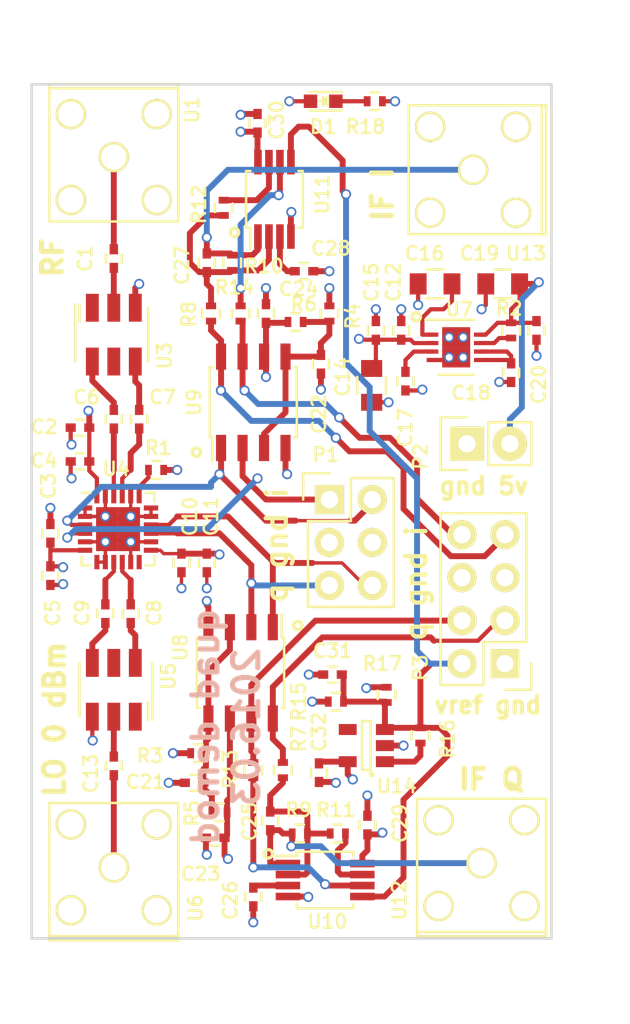
<source format=kicad_pcb>
(kicad_pcb (version 4) (host pcbnew 4.0.2-stable)
  (layers (0 F.Cu signal) (1 In1.Cu signal hide) (2 In2.Cu signal hide) (31 B.Cu signal) (34 B.Paste user) (35 F.Paste user) (36 B.SilkS user) (37 F.SilkS user) (38 B.Mask user) (39 F.Mask user) (44 Edge.Cuts user))
  (net 0 "")
  (net 1 "Net-(C1-Pad1)")
  (net 2 "Net-(C1-Pad2)")
  (net 3 GND)
  (net 4 +5V)
  (net 5 "Net-(C6-Pad1)")
  (net 6 "Net-(C6-Pad2)")
  (net 7 "Net-(C7-Pad1)")
  (net 8 "Net-(C7-Pad2)")
  (net 9 "Net-(C8-Pad1)")
  (net 10 "Net-(C8-Pad2)")
  (net 11 "Net-(C9-Pad1)")
  (net 12 "Net-(C9-Pad2)")
  (net 13 "Net-(C13-Pad1)")
  (net 14 "Net-(C13-Pad2)")
  (net 15 "Net-(C16-Pad2)")
  (net 16 "Net-(C17-Pad2)")
  (net 17 "Net-(C18-Pad2)")
  (net 18 "Net-(C19-Pad2)")
  (net 19 "Net-(R1-Pad2)")
  (net 20 "Net-(R2-Pad2)")
  (net 21 "Net-(U3-Pad5)")
  (net 22 "Net-(U3-Pad1)")
  (net 23 /IHI_ADL)
  (net 24 /ILO_ADL)
  (net 25 "Net-(U4-Pad12)")
  (net 26 /QLO_ADL)
  (net 27 /QHI_ADL)
  (net 28 "Net-(U5-Pad5)")
  (net 29 "Net-(U5-Pad1)")
  (net 30 "Net-(C25-Pad1)")
  (net 31 /QOUT)
  (net 32 "Net-(C26-Pad2)")
  (net 33 "Net-(C27-Pad1)")
  (net 34 /IOUT)
  (net 35 "Net-(C28-Pad2)")
  (net 36 /QIN1)
  (net 37 /QIN2)
  (net 38 /IIN1)
  (net 39 /IIN2)
  (net 40 /VOUT_REF)
  (net 41 "Net-(R11-Pad1)")
  (net 42 "Net-(R12-Pad1)")
  (net 43 "Net-(R13-Pad2)")
  (net 44 "Net-(R14-Pad2)")
  (net 45 "Net-(C21-Pad1)")
  (net 46 "Net-(C22-Pad1)")
  (net 47 "Net-(R16-Pad2)")
  (net 48 "Net-(U14-Pad4)")
  (net 49 "Net-(D1-Pad1)")
  (module Capacitors_SMD:C_0402 (layer F.Cu) (at 83.5 104 90)
    (fp_text reference C1 (at 0 -1.7 90) (layer F.SilkS) (effects (font (size 0.8 0.8))))
    (fp_text value "100 pF")
    (pad 1 smd rect (at -0.55 0 90) (size 0.6 0.5) (layers F.Cu F.Paste F.Mask) (net 1 "Net-(C1-Pad1)"))
    (pad 2 smd rect (at 0.55 0 90) (size 0.6 0.5) (layers F.Cu F.Paste F.Mask) (net 2 "Net-(C1-Pad2)"))
  )
  (module Capacitors_SMD:C_0402 (layer F.Cu) (at 81.5 114)
    (fp_text reference C2 (at -2.115 -0.05) (layer F.SilkS) (effects (font (size 0.8 0.8))))
    (fp_text value "100 nF")
    (pad 1 smd rect (at -0.55 0) (size 0.6 0.5) (layers F.Cu F.Paste F.Mask) (net 3 GND))
    (pad 2 smd rect (at 0.55 0) (size 0.6 0.5) (layers F.Cu F.Paste F.Mask) (net 4 +5V))
  )
  (module Capacitors_SMD:C_0402 (layer F.Cu) (at 79.75 120.25 270)
    (fp_text reference C3 (at -2.8 0.115 270) (layer F.SilkS) (effects (font (size 0.8 0.8))))
    (fp_text value "100 nF")
    (pad 1 smd rect (at -0.55 0 270) (size 0.6 0.5) (layers F.Cu F.Paste F.Mask) (net 3 GND))
    (pad 2 smd rect (at 0.55 0 270) (size 0.6 0.5) (layers F.Cu F.Paste F.Mask) (net 4 +5V))
  )
  (module Capacitors_SMD:C_0402 (layer F.Cu) (at 81.5 116)
    (fp_text reference C4 (at -2.115 -0.05) (layer F.SilkS) (effects (font (size 0.8 0.8))))
    (fp_text value "100 pF")
    (pad 1 smd rect (at -0.55 0) (size 0.6 0.5) (layers F.Cu F.Paste F.Mask) (net 3 GND))
    (pad 2 smd rect (at 0.55 0) (size 0.6 0.5) (layers F.Cu F.Paste F.Mask) (net 4 +5V))
  )
  (module Capacitors_SMD:C_0402 (layer F.Cu) (at 79.75 122.75 90)
    (fp_text reference C5 (at -2.2 0.135 90) (layer F.SilkS) (effects (font (size 0.8 0.8))))
    (fp_text value "100 pF")
    (pad 1 smd rect (at -0.55 0 90) (size 0.6 0.5) (layers F.Cu F.Paste F.Mask) (net 3 GND))
    (pad 2 smd rect (at 0.55 0 90) (size 0.6 0.5) (layers F.Cu F.Paste F.Mask) (net 4 +5V))
  )
  (module Capacitors_SMD:C_0402 (layer F.Cu) (at 85 113.5 90)
    (fp_text reference C7 (at 1.3 1.385 180) (layer F.SilkS) (effects (font (size 0.8 0.8))))
    (fp_text value "100 pF")
    (pad 1 smd rect (at -0.55 0 90) (size 0.6 0.5) (layers F.Cu F.Paste F.Mask) (net 7 "Net-(C7-Pad1)"))
    (pad 2 smd rect (at 0.55 0 90) (size 0.6 0.5) (layers F.Cu F.Paste F.Mask) (net 8 "Net-(C7-Pad2)"))
  )
  (module Capacitors_SMD:C_0402 (layer F.Cu) (at 84.5 125 270)
    (fp_text reference C8 (at -0.05 -1.385 270) (layer F.SilkS) (effects (font (size 0.8 0.8))))
    (fp_text value "100 pF")
    (pad 1 smd rect (at -0.55 0 270) (size 0.6 0.5) (layers F.Cu F.Paste F.Mask) (net 9 "Net-(C8-Pad1)"))
    (pad 2 smd rect (at 0.55 0 270) (size 0.6 0.5) (layers F.Cu F.Paste F.Mask) (net 10 "Net-(C8-Pad2)"))
  )
  (module Capacitors_SMD:C_0402 (layer F.Cu) (at 83 125 270)
    (fp_text reference C9 (at -0.05 1.365 270) (layer F.SilkS) (effects (font (size 0.8 0.8))))
    (fp_text value "100 pF")
    (pad 1 smd rect (at -0.55 0 270) (size 0.6 0.5) (layers F.Cu F.Paste F.Mask) (net 11 "Net-(C9-Pad1)"))
    (pad 2 smd rect (at 0.55 0 270) (size 0.6 0.5) (layers F.Cu F.Paste F.Mask) (net 12 "Net-(C9-Pad2)"))
  )
  (module Capacitors_SMD:C_0402 (layer F.Cu) (at 87.5 122 90)
    (fp_text reference C10 (at 2.75 0.5 90) (layer F.SilkS) (effects (font (size 0.8 0.8))))
    (fp_text value "100 pF")
    (pad 1 smd rect (at -0.55 0 90) (size 0.6 0.5) (layers F.Cu F.Paste F.Mask) (net 3 GND))
    (pad 2 smd rect (at 0.55 0 90) (size 0.6 0.5) (layers F.Cu F.Paste F.Mask) (net 4 +5V))
  )
  (module Capacitors_SMD:C_0402 (layer F.Cu) (at 89 122 90)
    (fp_text reference C11 (at 2.75 0.25 90) (layer F.SilkS) (effects (font (size 0.8 0.8))))
    (fp_text value "100 nF")
    (pad 1 smd rect (at -0.55 0 90) (size 0.6 0.5) (layers F.Cu F.Paste F.Mask) (net 3 GND))
    (pad 2 smd rect (at 0.55 0 90) (size 0.6 0.5) (layers F.Cu F.Paste F.Mask) (net 4 +5V))
  )
  (module Capacitors_SMD:C_0402 (layer F.Cu) (at 100.5 108.25 270)
    (fp_text reference C12 (at -2.85 0.465 450) (layer F.SilkS) (effects (font (size 0.8 0.8))))
    (fp_text value "100 pF")
    (pad 1 smd rect (at -0.55 0 270) (size 0.6 0.5) (layers F.Cu F.Paste F.Mask) (net 3 GND))
    (pad 2 smd rect (at 0.55 0 270) (size 0.6 0.5) (layers F.Cu F.Paste F.Mask) (net 4 +5V))
  )
  (module Capacitors_SMD:C_0402 (layer F.Cu) (at 83.5 134 270)
    (fp_text reference C13 (at 0.45 1.365 450) (layer F.SilkS) (effects (font (size 0.8 0.8))))
    (fp_text value "100 pF")
    (pad 1 smd rect (at -0.55 0 270) (size 0.6 0.5) (layers F.Cu F.Paste F.Mask) (net 13 "Net-(C13-Pad1)"))
    (pad 2 smd rect (at 0.55 0 270) (size 0.6 0.5) (layers F.Cu F.Paste F.Mask) (net 14 "Net-(C13-Pad2)"))
  )
  (module Capacitors_SMD:C_0805 (layer F.Cu) (at 98.75 111.5 90)
    (fp_text reference C14 (at 0.5 -1.715 90) (layer F.SilkS) (effects (font (size 0.8 0.8))))
    (fp_text value "10 uF")
    (pad 1 smd rect (at -1 0 90) (size 1 1.25) (layers F.Cu F.Paste F.Mask) (net 3 GND))
    (pad 2 smd rect (at 1 0 90) (size 1 1.25) (layers F.Cu F.Paste F.Mask) (net 4 +5V))
  )
  (module Capacitors_SMD:C_0402 (layer F.Cu) (at 99 108.25 270)
    (fp_text reference C15 (at -2.85 0.265 450) (layer F.SilkS) (effects (font (size 0.8 0.8))))
    (fp_text value "1 uF")
    (pad 1 smd rect (at -0.55 0 270) (size 0.6 0.5) (layers F.Cu F.Paste F.Mask) (net 3 GND))
    (pad 2 smd rect (at 0.55 0 270) (size 0.6 0.5) (layers F.Cu F.Paste F.Mask) (net 4 +5V))
  )
  (module Capacitors_SMD:C_0805 (layer F.Cu) (at 102.5 105.5)
    (fp_text reference C16 (at -0.615 -1.8) (layer F.SilkS) (effects (font (size 0.8 0.8))))
    (fp_text value "10 uF")
    (pad 1 smd rect (at -1 0) (size 1 1.25) (layers F.Cu F.Paste F.Mask) (net 3 GND))
    (pad 2 smd rect (at 1 0) (size 1 1.25) (layers F.Cu F.Paste F.Mask) (net 15 "Net-(C16-Pad2)"))
  )
  (module Capacitors_SMD:C_0402 (layer F.Cu) (at 100.75 111.25 90)
    (fp_text reference C17 (at -2.75 -0.015 90) (layer F.SilkS) (effects (font (size 0.8 0.8))))
    (fp_text value "1 uF")
    (pad 1 smd rect (at -0.55 0 90) (size 0.6 0.5) (layers F.Cu F.Paste F.Mask) (net 3 GND))
    (pad 2 smd rect (at 0.55 0 90) (size 0.6 0.5) (layers F.Cu F.Paste F.Mask) (net 16 "Net-(C17-Pad2)"))
  )
  (module Capacitors_SMD:C_0402 (layer F.Cu) (at 107 110.75 90)
    (fp_text reference C18 (at -1.2 -2.365 180) (layer F.SilkS) (effects (font (size 0.8 0.8))))
    (fp_text value "1 uF")
    (pad 1 smd rect (at -0.55 0 90) (size 0.6 0.5) (layers F.Cu F.Paste F.Mask) (net 3 GND))
    (pad 2 smd rect (at 0.55 0 90) (size 0.6 0.5) (layers F.Cu F.Paste F.Mask) (net 17 "Net-(C18-Pad2)"))
  )
  (module Capacitors_SMD:C_0805 (layer F.Cu) (at 106.5 105.5)
    (fp_text reference C19 (at -1.365 -1.8 180) (layer F.SilkS) (effects (font (size 0.8 0.8))))
    (fp_text value "10 uF")
    (pad 1 smd rect (at -1 0) (size 1 1.25) (layers F.Cu F.Paste F.Mask) (net 3 GND))
    (pad 2 smd rect (at 1 0) (size 1 1.25) (layers F.Cu F.Paste F.Mask) (net 18 "Net-(C19-Pad2)"))
  )
  (module Capacitors_SMD:C_0402 (layer F.Cu) (at 108.5 108.25 90)
    (fp_text reference C20 (at -3.2 0.135 90) (layer F.SilkS) (effects (font (size 0.8 0.8))))
    (fp_text value "1 nF")
    (pad 1 smd rect (at -0.55 0 90) (size 0.6 0.5) (layers F.Cu F.Paste F.Mask) (net 3 GND))
    (pad 2 smd rect (at 0.55 0 90) (size 0.6 0.5) (layers F.Cu F.Paste F.Mask) (net 18 "Net-(C19-Pad2)"))
  )
  (module Pin_Headers:Pin_Header_Straight_2x03 (layer F.Cu) (at 96.25 118.25)
    (fp_text reference P1 (at -0.215 -2.65) (layer F.SilkS) (effects (font (size 0.8 0.8))))
    (fp_text value CONN_02X03)
    (pad 1 thru_hole rect (at 0 0) (size 1.7272 1.7272) (drill 1.016) (layers *.Cu *.Mask F.SilkS) (net 24 /ILO_ADL))
    (pad 2 thru_hole oval (at 2.54 0) (size 1.7272 1.7272) (drill 1.016) (layers *.Cu *.Mask F.SilkS) (net 23 /IHI_ADL))
    (pad 3 thru_hole oval (at 0 2.54) (size 1.7272 1.7272) (drill 1.016) (layers *.Cu *.Mask F.SilkS) (net 3 GND))
    (pad 4 thru_hole oval (at 2.54 2.54) (size 1.7272 1.7272) (drill 1.016) (layers *.Cu *.Mask F.SilkS) (net 3 GND))
    (pad 5 thru_hole oval (at 0 5.08) (size 1.7272 1.7272) (drill 1.016) (layers *.Cu *.Mask F.SilkS) (net 26 /QLO_ADL))
    (pad 6 thru_hole oval (at 2.54 5.08) (size 1.7272 1.7272) (drill 1.016) (layers *.Cu *.Mask F.SilkS) (net 27 /QHI_ADL))
  )
  (module Pin_Headers:Pin_Header_Straight_1x02 (layer F.Cu) (at 104.385 114.95 90)
    (fp_text reference P2 (at -0.75 -2.75 90) (layer F.SilkS) (effects (font (size 0.8 0.8))))
    (fp_text value CONN_01X02)
    (pad 1 thru_hole rect (at 0 0 90) (size 2.032 2.032) (drill 1.016) (layers *.Cu *.Mask F.SilkS) (net 3 GND))
    (pad 2 thru_hole oval (at 0 2.54 90) (size 2.032 2.032) (drill 1.016) (layers *.Cu *.Mask F.SilkS) (net 18 "Net-(C19-Pad2)"))
  )
  (module Resistors_SMD:R_0402 (layer F.Cu) (at 86 116.5 180)
    (fp_text reference R1 (at -0.135 1.3 180) (layer F.SilkS) (effects (font (size 0.8 0.8))))
    (fp_text value 0)
    (pad 1 smd rect (at -0.45 0 180) (size 0.4 0.6) (layers F.Cu F.Paste F.Mask) (net 4 +5V))
    (pad 2 smd rect (at 0.45 0 180) (size 0.4 0.6) (layers F.Cu F.Paste F.Mask) (net 19 "Net-(R1-Pad2)"))
  )
  (module Resistors_SMD:R_0402 (layer F.Cu) (at 107 108.25 270)
    (fp_text reference R2 (at -1.3 0.115 360) (layer F.SilkS) (effects (font (size 0.8 0.8))))
    (fp_text value 0)
    (pad 1 smd rect (at -0.45 0 270) (size 0.4 0.6) (layers F.Cu F.Paste F.Mask) (net 18 "Net-(C19-Pad2)"))
    (pad 2 smd rect (at 0.45 0 270) (size 0.4 0.6) (layers F.Cu F.Paste F.Mask) (net 20 "Net-(R2-Pad2)"))
  )
  (module vna_footprints:732512200_SMA (layer F.Cu) (at 83.5 98 270)
    (fp_text reference U1 (at -2.8 -4.635 270) (layer F.SilkS) (effects (font (size 0.8 0.8))))
    (fp_text value CONN_SMA)
    (pad 1 thru_hole circle (at 0 0 270) (size 1.8 1.8) (drill 1.5) (layers *.Cu *.Mask F.SilkS) (net 2 "Net-(C1-Pad2)"))
    (pad 2 thru_hole circle (at -2.54 2.54 270) (size 1.8 1.8) (drill 1.5) (layers *.Cu *.Mask F.SilkS) (net 3 GND))
    (pad 3 thru_hole circle (at -2.54 -2.54 270) (size 1.8 1.8) (drill 1.5) (layers *.Cu *.Mask F.SilkS) (net 3 GND))
    (pad 4 thru_hole circle (at 2.54 -2.54 270) (size 1.8 1.8) (drill 1.5) (layers *.Cu *.Mask F.SilkS) (net 3 GND))
    (pad 5 thru_hole circle (at 2.54 2.54 270) (size 1.8 1.8) (drill 1.5) (layers *.Cu *.Mask F.SilkS) (net 3 GND))
  )
  (module vna_footprints:TCM1-63AX+ (layer F.Cu) (at 83.5 108.5)
    (fp_text reference U3 (at 3 1.25 90) (layer F.SilkS) (effects (font (size 0.8 0.8))))
    (fp_text value TCM-63AX+)
    (pad 2 smd rect (at 0 -1.59) (size 0.76 1.65) (layers F.Cu F.Paste F.Mask) (net 1 "Net-(C1-Pad1)"))
    (pad 3 smd rect (at 1.27 -1.59) (size 0.76 1.65) (layers F.Cu F.Paste F.Mask) (net 3 GND))
    (pad 4 smd rect (at 1.27 1.59) (size 0.76 1.65) (layers F.Cu F.Paste F.Mask) (net 8 "Net-(C7-Pad2)"))
    (pad 5 smd rect (at 0 1.59) (size 0.76 1.65) (layers F.Cu F.Paste F.Mask) (net 21 "Net-(U3-Pad5)"))
    (pad 6 smd rect (at -1.27 1.59) (size 0.76 1.65) (layers F.Cu F.Paste F.Mask) (net 6 "Net-(C6-Pad2)"))
    (pad 1 smd rect (at -1.27 -1.59) (size 0.76 1.65) (layers F.Cu F.Paste F.Mask) (net 22 "Net-(U3-Pad1)"))
  )
  (module Housings_DFN_QFN:QFN-24-1EP_4x4mm_Pitch0.5mm (layer F.Cu) (at 83.75 120)
    (fp_text reference U4 (at -0.115 -3.55) (layer F.SilkS) (effects (font (size 0.8 0.8))))
    (fp_text value ADL5380)
    (pad 1 smd rect (at -1.95 -1.25) (size 0.85 0.3) (layers F.Cu F.Paste F.Mask) (net 3 GND))
    (pad 2 smd rect (at -1.95 -0.75) (size 0.85 0.3) (layers F.Cu F.Paste F.Mask) (net 3 GND))
    (pad 3 smd rect (at -1.95 -0.25) (size 0.85 0.3) (layers F.Cu F.Paste F.Mask) (net 23 /IHI_ADL))
    (pad 4 smd rect (at -1.95 0.25) (size 0.85 0.3) (layers F.Cu F.Paste F.Mask) (net 24 /ILO_ADL))
    (pad 5 smd rect (at -1.95 0.75) (size 0.85 0.3) (layers F.Cu F.Paste F.Mask) (net 3 GND))
    (pad 6 smd rect (at -1.95 1.25) (size 0.85 0.3) (layers F.Cu F.Paste F.Mask) (net 4 +5V))
    (pad 7 smd rect (at -1.25 1.95 90) (size 0.85 0.3) (layers F.Cu F.Paste F.Mask) (net 3 GND))
    (pad 8 smd rect (at -0.75 1.95 90) (size 0.85 0.3) (layers F.Cu F.Paste F.Mask) (net 3 GND))
    (pad 9 smd rect (at -0.25 1.95 90) (size 0.85 0.3) (layers F.Cu F.Paste F.Mask) (net 11 "Net-(C9-Pad1)"))
    (pad 10 smd rect (at 0.25 1.95 90) (size 0.85 0.3) (layers F.Cu F.Paste F.Mask) (net 9 "Net-(C8-Pad1)"))
    (pad 11 smd rect (at 0.75 1.95 90) (size 0.85 0.3) (layers F.Cu F.Paste F.Mask) (net 3 GND))
    (pad 12 smd rect (at 1.25 1.95 90) (size 0.85 0.3) (layers F.Cu F.Paste F.Mask) (net 25 "Net-(U4-Pad12)"))
    (pad 13 smd rect (at 1.95 1.25) (size 0.85 0.3) (layers F.Cu F.Paste F.Mask) (net 4 +5V))
    (pad 14 smd rect (at 1.95 0.75) (size 0.85 0.3) (layers F.Cu F.Paste F.Mask) (net 3 GND))
    (pad 15 smd rect (at 1.95 0.25) (size 0.85 0.3) (layers F.Cu F.Paste F.Mask) (net 26 /QLO_ADL))
    (pad 16 smd rect (at 1.95 -0.25) (size 0.85 0.3) (layers F.Cu F.Paste F.Mask) (net 27 /QHI_ADL))
    (pad 17 smd rect (at 1.95 -0.75) (size 0.85 0.3) (layers F.Cu F.Paste F.Mask) (net 3 GND))
    (pad 18 smd rect (at 1.95 -1.25) (size 0.85 0.3) (layers F.Cu F.Paste F.Mask) (net 3 GND))
    (pad 19 smd rect (at 1.25 -1.95 90) (size 0.85 0.3) (layers F.Cu F.Paste F.Mask) (net 19 "Net-(R1-Pad2)"))
    (pad 20 smd rect (at 0.75 -1.95 90) (size 0.85 0.3) (layers F.Cu F.Paste F.Mask) (net 3 GND))
    (pad 21 smd rect (at 0.25 -1.95 90) (size 0.85 0.3) (layers F.Cu F.Paste F.Mask) (net 7 "Net-(C7-Pad1)"))
    (pad 22 smd rect (at -0.25 -1.95 90) (size 0.85 0.3) (layers F.Cu F.Paste F.Mask) (net 5 "Net-(C6-Pad1)"))
    (pad 23 smd rect (at -0.75 -1.95 90) (size 0.85 0.3) (layers F.Cu F.Paste F.Mask) (net 3 GND))
    (pad 24 smd rect (at -1.25 -1.95 90) (size 0.85 0.3) (layers F.Cu F.Paste F.Mask) (net 4 +5V))
    (pad 25 smd rect (at 0.65 0.65) (size 1.3 1.3) (layers F.Cu F.Paste F.Mask) (net 3 GND))
    (pad 25 smd rect (at 0.65 -0.65) (size 1.3 1.3) (layers F.Cu F.Paste F.Mask) (net 3 GND))
    (pad 25 smd rect (at -0.65 0.65) (size 1.3 1.3) (layers F.Cu F.Paste F.Mask) (net 3 GND))
    (pad 25 smd rect (at -0.65 -0.65) (size 1.3 1.3) (layers F.Cu F.Paste F.Mask) (net 3 GND))
  )
  (module vna_footprints:TCM1-63AX+ (layer F.Cu) (at 83.5 129.5 180)
    (fp_text reference U5 (at -3.235 0.8 270) (layer F.SilkS) (effects (font (size 0.8 0.8))))
    (fp_text value TCM-63AX+)
    (pad 2 smd rect (at 0 -1.59 180) (size 0.76 1.65) (layers F.Cu F.Paste F.Mask) (net 13 "Net-(C13-Pad1)"))
    (pad 3 smd rect (at 1.27 -1.59 180) (size 0.76 1.65) (layers F.Cu F.Paste F.Mask) (net 3 GND))
    (pad 4 smd rect (at 1.27 1.59 180) (size 0.76 1.65) (layers F.Cu F.Paste F.Mask) (net 12 "Net-(C9-Pad2)"))
    (pad 5 smd rect (at 0 1.59 180) (size 0.76 1.65) (layers F.Cu F.Paste F.Mask) (net 28 "Net-(U5-Pad5)"))
    (pad 6 smd rect (at -1.27 1.59 180) (size 0.76 1.65) (layers F.Cu F.Paste F.Mask) (net 10 "Net-(C8-Pad2)"))
    (pad 1 smd rect (at -1.27 -1.59 180) (size 0.76 1.65) (layers F.Cu F.Paste F.Mask) (net 29 "Net-(U5-Pad1)"))
  )
  (module vna_footprints:732512200_SMA (layer F.Cu) (at 83.5 140 90)
    (fp_text reference U6 (at -2.4 4.835 270) (layer F.SilkS) (effects (font (size 0.8 0.8))))
    (fp_text value CONN_SMA)
    (pad 1 thru_hole circle (at 0 0 90) (size 1.8 1.8) (drill 1.5) (layers *.Cu *.Mask F.SilkS) (net 14 "Net-(C13-Pad2)"))
    (pad 2 thru_hole circle (at -2.54 2.54 90) (size 1.8 1.8) (drill 1.5) (layers *.Cu *.Mask F.SilkS) (net 3 GND))
    (pad 3 thru_hole circle (at -2.54 -2.54 90) (size 1.8 1.8) (drill 1.5) (layers *.Cu *.Mask F.SilkS) (net 3 GND))
    (pad 4 thru_hole circle (at 2.54 -2.54 90) (size 1.8 1.8) (drill 1.5) (layers *.Cu *.Mask F.SilkS) (net 3 GND))
    (pad 5 thru_hole circle (at 2.54 2.54 90) (size 1.8 1.8) (drill 1.5) (layers *.Cu *.Mask F.SilkS) (net 3 GND))
  )
  (module Housings_DFN_QFN:DFN-8-1EP_3x3mm_Pitch0.5mm (layer F.Cu) (at 103.75 109.25)
    (fp_text reference U7 (at 0.185 -2.25) (layer F.SilkS) (effects (font (size 0.8 0.8))))
    (fp_text value ADM7150)
    (pad 1 smd rect (at -1.4 -0.75) (size 0.7 0.25) (layers F.Cu F.Paste F.Mask) (net 15 "Net-(C16-Pad2)"))
    (pad 2 smd rect (at -1.4 -0.25) (size 0.7 0.25) (layers F.Cu F.Paste F.Mask) (net 4 +5V))
    (pad 3 smd rect (at -1.4 0.25) (size 0.7 0.25) (layers F.Cu F.Paste F.Mask) (net 16 "Net-(C17-Pad2)"))
    (pad 4 smd rect (at -1.4 0.75) (size 0.7 0.25) (layers F.Cu F.Paste F.Mask) (net 3 GND))
    (pad 5 smd rect (at 1.4 0.75) (size 0.7 0.25) (layers F.Cu F.Paste F.Mask) (net 17 "Net-(C18-Pad2)"))
    (pad 6 smd rect (at 1.4 0.25) (size 0.7 0.25) (layers F.Cu F.Paste F.Mask) (net 17 "Net-(C18-Pad2)"))
    (pad 7 smd rect (at 1.4 -0.25) (size 0.7 0.25) (layers F.Cu F.Paste F.Mask) (net 20 "Net-(R2-Pad2)"))
    (pad 8 smd rect (at 1.4 -0.75) (size 0.7 0.25) (layers F.Cu F.Paste F.Mask) (net 18 "Net-(C19-Pad2)"))
    (pad 9 smd rect (at 0.415 0.595) (size 0.83 1.19) (layers F.Cu F.Paste F.Mask) (net 3 GND))
    (pad 9 smd rect (at 0.415 -0.595) (size 0.83 1.19) (layers F.Cu F.Paste F.Mask) (net 3 GND))
    (pad 9 smd rect (at -0.415 0.595) (size 0.83 1.19) (layers F.Cu F.Paste F.Mask) (net 3 GND))
    (pad 9 smd rect (at -0.415 -0.595) (size 0.83 1.19) (layers F.Cu F.Paste F.Mask) (net 3 GND))
  )
  (module Capacitors_SMD:C_0402 (layer F.Cu) (at 88.25 135 180)
    (fp_text reference C21 (at 2.865 0.05 180) (layer F.SilkS) (effects (font (size 0.8 0.8))))
    (fp_text value "100 nF")
    (pad 1 smd rect (at -0.55 0 180) (size 0.6 0.5) (layers F.Cu F.Paste F.Mask) (net 45 "Net-(C21-Pad1)"))
    (pad 2 smd rect (at 0.55 0 180) (size 0.6 0.5) (layers F.Cu F.Paste F.Mask) (net 3 GND))
  )
  (module Capacitors_SMD:C_0402 (layer F.Cu) (at 95.75 110.25 270)
    (fp_text reference C22 (at 2.95 0.115 270) (layer F.SilkS) (effects (font (size 0.8 0.8))))
    (fp_text value "100 nF")
    (pad 1 smd rect (at -0.55 0 270) (size 0.6 0.5) (layers F.Cu F.Paste F.Mask) (net 46 "Net-(C22-Pad1)"))
    (pad 2 smd rect (at 0.55 0 270) (size 0.6 0.5) (layers F.Cu F.Paste F.Mask) (net 3 GND))
  )
  (module Capacitors_SMD:C_0402 (layer F.Cu) (at 89.5 138.25)
    (fp_text reference C23 (at -0.865 2.15 180) (layer F.SilkS) (effects (font (size 0.8 0.8))))
    (fp_text value "100 nF")
    (pad 1 smd rect (at -0.55 0) (size 0.6 0.5) (layers F.Cu F.Paste F.Mask) (net 3 GND))
    (pad 2 smd rect (at 0.55 0) (size 0.6 0.5) (layers F.Cu F.Paste F.Mask) (net 4 +5V))
  )
  (module Capacitors_SMD:C_0402 (layer F.Cu) (at 92.5 107.25 270)
    (fp_text reference C24 (at -1.45 -1.935 360) (layer F.SilkS) (effects (font (size 0.8 0.8))))
    (fp_text value "100 nF")
    (pad 1 smd rect (at -0.55 0 270) (size 0.6 0.5) (layers F.Cu F.Paste F.Mask) (net 3 GND))
    (pad 2 smd rect (at 0.55 0 270) (size 0.6 0.5) (layers F.Cu F.Paste F.Mask) (net 4 +5V))
  )
  (module Capacitors_SMD:C_0402 (layer F.Cu) (at 92.75 137.25 270)
    (fp_text reference C25 (at 0.05 1.215 450) (layer F.SilkS) (effects (font (size 0.8 0.8))))
    (fp_text value DNP)
    (pad 1 smd rect (at -0.55 0 270) (size 0.6 0.5) (layers F.Cu F.Paste F.Mask) (net 30 "Net-(C25-Pad1)"))
    (pad 2 smd rect (at 0.55 0 270) (size 0.6 0.5) (layers F.Cu F.Paste F.Mask) (net 31 /QOUT))
  )
  (module Capacitors_SMD:C_0402 (layer F.Cu) (at 91.75 141.75 90)
    (fp_text reference C26 (at -0.2 -1.365 90) (layer F.SilkS) (effects (font (size 0.8 0.8))))
    (fp_text value "100 nF")
    (pad 1 smd rect (at -0.55 0 90) (size 0.6 0.5) (layers F.Cu F.Paste F.Mask) (net 3 GND))
    (pad 2 smd rect (at 0.55 0 90) (size 0.6 0.5) (layers F.Cu F.Paste F.Mask) (net 32 "Net-(C26-Pad2)"))
  )
  (module Capacitors_SMD:C_0402 (layer F.Cu) (at 89 104.25 90)
    (fp_text reference C27 (at -0.15 -1.465 90) (layer F.SilkS) (effects (font (size 0.8 0.8))))
    (fp_text value DNP)
    (pad 1 smd rect (at -0.55 0 90) (size 0.6 0.5) (layers F.Cu F.Paste F.Mask) (net 33 "Net-(C27-Pad1)"))
    (pad 2 smd rect (at 0.55 0 90) (size 0.6 0.5) (layers F.Cu F.Paste F.Mask) (net 34 /IOUT))
  )
  (module Capacitors_SMD:C_0402 (layer F.Cu) (at 94.75 104.75 180)
    (fp_text reference C28 (at -1.585 1.35 180) (layer F.SilkS) (effects (font (size 0.8 0.8))))
    (fp_text value "100 nF")
    (pad 1 smd rect (at -0.55 0 180) (size 0.6 0.5) (layers F.Cu F.Paste F.Mask) (net 3 GND))
    (pad 2 smd rect (at 0.55 0 180) (size 0.6 0.5) (layers F.Cu F.Paste F.Mask) (net 35 "Net-(C28-Pad2)"))
  )
  (module Capacitors_SMD:C_0402 (layer F.Cu) (at 98.5 137.5 270)
    (fp_text reference C29 (at -0.1 -1.935 270) (layer F.SilkS) (effects (font (size 0.8 0.8))))
    (fp_text value "100 nF")
    (pad 1 smd rect (at -0.55 0 270) (size 0.6 0.5) (layers F.Cu F.Paste F.Mask) (net 3 GND))
    (pad 2 smd rect (at 0.55 0 270) (size 0.6 0.5) (layers F.Cu F.Paste F.Mask) (net 4 +5V))
  )
  (module Capacitors_SMD:C_0402 (layer F.Cu) (at 92 96 270)
    (fp_text reference C30 (at -0.2 -1.135 270) (layer F.SilkS) (effects (font (size 0.8 0.8))))
    (fp_text value "100 nF")
    (pad 1 smd rect (at -0.55 0 270) (size 0.6 0.5) (layers F.Cu F.Paste F.Mask) (net 3 GND))
    (pad 2 smd rect (at 0.55 0 270) (size 0.6 0.5) (layers F.Cu F.Paste F.Mask) (net 4 +5V))
  )
  (module Resistors_SMD:R_0402 (layer F.Cu) (at 88.5 133.25 180)
    (fp_text reference R3 (at 2.865 -0.15 180) (layer F.SilkS) (effects (font (size 0.8 0.8))))
    (fp_text value 10k)
    (pad 1 smd rect (at -0.45 0 180) (size 0.4 0.6) (layers F.Cu F.Paste F.Mask) (net 45 "Net-(C21-Pad1)"))
    (pad 2 smd rect (at 0.45 0 180) (size 0.4 0.6) (layers F.Cu F.Paste F.Mask) (net 3 GND))
  )
  (module Resistors_SMD:R_0402 (layer F.Cu) (at 96.25 107.25 90)
    (fp_text reference R4 (at -0.15 1.385 90) (layer F.SilkS) (effects (font (size 0.8 0.8))))
    (fp_text value 10k)
    (pad 1 smd rect (at -0.45 0 90) (size 0.4 0.6) (layers F.Cu F.Paste F.Mask) (net 46 "Net-(C22-Pad1)"))
    (pad 2 smd rect (at 0.45 0 90) (size 0.4 0.6) (layers F.Cu F.Paste F.Mask) (net 3 GND))
  )
  (module Resistors_SMD:R_0402 (layer F.Cu) (at 89.75 136.75 180)
    (fp_text reference R5 (at 1.615 -0.05 270) (layer F.SilkS) (effects (font (size 0.8 0.8))))
    (fp_text value 10k)
    (pad 1 smd rect (at -0.45 0 180) (size 0.4 0.6) (layers F.Cu F.Paste F.Mask) (net 4 +5V))
    (pad 2 smd rect (at 0.45 0 180) (size 0.4 0.6) (layers F.Cu F.Paste F.Mask) (net 45 "Net-(C21-Pad1)"))
  )
  (module Resistors_SMD:R_0402 (layer F.Cu) (at 94.25 107.75)
    (fp_text reference R6 (at 0.485 -1.05) (layer F.SilkS) (effects (font (size 0.8 0.8))))
    (fp_text value 10k)
    (pad 1 smd rect (at -0.45 0) (size 0.4 0.6) (layers F.Cu F.Paste F.Mask) (net 4 +5V))
    (pad 2 smd rect (at 0.45 0) (size 0.4 0.6) (layers F.Cu F.Paste F.Mask) (net 46 "Net-(C22-Pad1)"))
  )
  (module Resistors_SMD:R_0402 (layer F.Cu) (at 93.5 134.25 90)
    (fp_text reference R7 (at 1.85 0.935 90) (layer F.SilkS) (effects (font (size 0.8 0.8))))
    (fp_text value 604)
    (pad 1 smd rect (at -0.45 0 90) (size 0.4 0.6) (layers F.Cu F.Paste F.Mask) (net 30 "Net-(C25-Pad1)"))
    (pad 2 smd rect (at 0.45 0 90) (size 0.4 0.6) (layers F.Cu F.Paste F.Mask) (net 36 /QIN1))
  )
  (module Resistors_SMD:R_0402 (layer F.Cu) (at 89.25 107.25 270)
    (fp_text reference R8 (at 0.05 1.315 270) (layer F.SilkS) (effects (font (size 0.8 0.8))))
    (fp_text value 604)
    (pad 1 smd rect (at -0.45 0 270) (size 0.4 0.6) (layers F.Cu F.Paste F.Mask) (net 33 "Net-(C27-Pad1)"))
    (pad 2 smd rect (at 0.45 0 270) (size 0.4 0.6) (layers F.Cu F.Paste F.Mask) (net 38 /IIN1))
  )
  (module Resistors_SMD:R_0402 (layer F.Cu) (at 94.5 138 180)
    (fp_text reference R9 (at 0.065 1.4 180) (layer F.SilkS) (effects (font (size 0.8 0.8))))
    (fp_text value 604)
    (pad 1 smd rect (at -0.45 0 180) (size 0.4 0.6) (layers F.Cu F.Paste F.Mask) (net 30 "Net-(C25-Pad1)"))
    (pad 2 smd rect (at 0.45 0 180) (size 0.4 0.6) (layers F.Cu F.Paste F.Mask) (net 31 /QOUT))
  )
  (module Resistors_SMD:R_0402 (layer F.Cu) (at 90.5 104.25 90)
    (fp_text reference R10 (at -0.2 1.885 180) (layer F.SilkS) (effects (font (size 0.8 0.8))))
    (fp_text value 604)
    (pad 1 smd rect (at -0.45 0 90) (size 0.4 0.6) (layers F.Cu F.Paste F.Mask) (net 33 "Net-(C27-Pad1)"))
    (pad 2 smd rect (at 0.45 0 90) (size 0.4 0.6) (layers F.Cu F.Paste F.Mask) (net 34 /IOUT))
  )
  (module Resistors_SMD:R_0402 (layer F.Cu) (at 96.75 138 180)
    (fp_text reference R11 (at 0.115 1.4 180) (layer F.SilkS) (effects (font (size 0.8 0.8))))
    (fp_text value 604)
    (pad 1 smd rect (at -0.45 0 180) (size 0.4 0.6) (layers F.Cu F.Paste F.Mask) (net 41 "Net-(R11-Pad1)"))
    (pad 2 smd rect (at 0.45 0 180) (size 0.4 0.6) (layers F.Cu F.Paste F.Mask) (net 30 "Net-(C25-Pad1)"))
  )
  (module Resistors_SMD:R_0402 (layer F.Cu) (at 90 101 270)
    (fp_text reference R12 (at -0.2 1.465 270) (layer F.SilkS) (effects (font (size 0.8 0.8))))
    (fp_text value 604)
    (pad 1 smd rect (at -0.45 0 270) (size 0.4 0.6) (layers F.Cu F.Paste F.Mask) (net 42 "Net-(R12-Pad1)"))
    (pad 2 smd rect (at 0.45 0 270) (size 0.4 0.6) (layers F.Cu F.Paste F.Mask) (net 33 "Net-(C27-Pad1)"))
  )
  (module Resistors_SMD:R_0402 (layer F.Cu) (at 91.75 134.25 270)
    (fp_text reference R13 (at -0.05 1.365 270) (layer F.SilkS) (effects (font (size 0.8 0.8))))
    (fp_text value 0)
    (pad 1 smd rect (at -0.45 0 270) (size 0.4 0.6) (layers F.Cu F.Paste F.Mask) (net 37 /QIN2))
    (pad 2 smd rect (at 0.45 0 270) (size 0.4 0.6) (layers F.Cu F.Paste F.Mask) (net 43 "Net-(R13-Pad2)"))
  )
  (module Resistors_SMD:R_0402 (layer F.Cu) (at 91 107.25 90)
    (fp_text reference R14 (at 1.55 -0.365 180) (layer F.SilkS) (effects (font (size 0.8 0.8))))
    (fp_text value 0)
    (pad 1 smd rect (at -0.45 0 90) (size 0.4 0.6) (layers F.Cu F.Paste F.Mask) (net 39 /IIN2))
    (pad 2 smd rect (at 0.45 0 90) (size 0.4 0.6) (layers F.Cu F.Paste F.Mask) (net 44 "Net-(R14-Pad2)"))
  )
  (module Housings_SOIC:SOIC-8_3.9x4.9mm_Pitch1.27mm (layer F.Cu) (at 91 128.5 270)
    (fp_text reference U8 (at -1.5 3.565 270) (layer F.SilkS) (effects (font (size 0.8 0.8))))
    (fp_text value LTC1566-1)
    (pad 1 smd rect (at -2.7 -1.905 270) (size 1.55 0.6) (layers F.Cu F.Paste F.Mask) (net 27 /QHI_ADL))
    (pad 2 smd rect (at -2.7 -0.635 270) (size 1.55 0.6) (layers F.Cu F.Paste F.Mask) (net 26 /QLO_ADL))
    (pad 3 smd rect (at -2.7 0.635 270) (size 1.55 0.6) (layers F.Cu F.Paste F.Mask) (net 45 "Net-(C21-Pad1)"))
    (pad 4 smd rect (at -2.7 1.905 270) (size 1.55 0.6) (layers F.Cu F.Paste F.Mask) (net 3 GND))
    (pad 5 smd rect (at 2.7 1.905 270) (size 1.55 0.6) (layers F.Cu F.Paste F.Mask) (net 45 "Net-(C21-Pad1)"))
    (pad 6 smd rect (at 2.7 0.635 270) (size 1.55 0.6) (layers F.Cu F.Paste F.Mask) (net 4 +5V))
    (pad 7 smd rect (at 2.7 -0.635 270) (size 1.55 0.6) (layers F.Cu F.Paste F.Mask) (net 37 /QIN2))
    (pad 8 smd rect (at 2.7 -1.905 270) (size 1.55 0.6) (layers F.Cu F.Paste F.Mask) (net 36 /QIN1))
  )
  (module Housings_SOIC:SOIC-8_3.9x4.9mm_Pitch1.27mm (layer F.Cu) (at 91.75 112.5 90)
    (fp_text reference U9 (at 0 -3.5 90) (layer F.SilkS) (effects (font (size 0.8 0.8))))
    (fp_text value LTC1566-1)
    (pad 1 smd rect (at -2.7 -1.905 90) (size 1.55 0.6) (layers F.Cu F.Paste F.Mask) (net 23 /IHI_ADL))
    (pad 2 smd rect (at -2.7 -0.635 90) (size 1.55 0.6) (layers F.Cu F.Paste F.Mask) (net 24 /ILO_ADL))
    (pad 3 smd rect (at -2.7 0.635 90) (size 1.55 0.6) (layers F.Cu F.Paste F.Mask) (net 46 "Net-(C22-Pad1)"))
    (pad 4 smd rect (at -2.7 1.905 90) (size 1.55 0.6) (layers F.Cu F.Paste F.Mask) (net 3 GND))
    (pad 5 smd rect (at 2.7 1.905 90) (size 1.55 0.6) (layers F.Cu F.Paste F.Mask) (net 46 "Net-(C22-Pad1)"))
    (pad 6 smd rect (at 2.7 0.635 90) (size 1.55 0.6) (layers F.Cu F.Paste F.Mask) (net 4 +5V))
    (pad 7 smd rect (at 2.7 -0.635 90) (size 1.55 0.6) (layers F.Cu F.Paste F.Mask) (net 39 /IIN2))
    (pad 8 smd rect (at 2.7 -1.905 90) (size 1.55 0.6) (layers F.Cu F.Paste F.Mask) (net 38 /IIN1))
  )
  (module Housings_SSOP:MSOP-8_3x3mm_Pitch0.65mm (layer F.Cu) (at 96 140.75)
    (fp_text reference U10 (at 0.135 2.45) (layer F.SilkS) (effects (font (size 0.8 0.8))))
    (fp_text value LT1567)
    (pad 1 smd rect (at -2.2 -0.975) (size 1.45 0.45) (layers F.Cu F.Paste F.Mask) (net 31 /QOUT))
    (pad 2 smd rect (at -2.2 -0.325) (size 1.45 0.45) (layers F.Cu F.Paste F.Mask) (net 30 "Net-(C25-Pad1)"))
    (pad 3 smd rect (at -2.2 0.325) (size 1.45 0.45) (layers F.Cu F.Paste F.Mask) (net 32 "Net-(C26-Pad2)"))
    (pad 4 smd rect (at -2.2 0.975) (size 1.45 0.45) (layers F.Cu F.Paste F.Mask) (net 3 GND))
    (pad 5 smd rect (at 2.2 0.975) (size 1.45 0.45) (layers F.Cu F.Paste F.Mask) (net 40 /VOUT_REF))
    (pad 6 smd rect (at 2.2 0.325) (size 1.45 0.45) (layers F.Cu F.Paste F.Mask) (net 43 "Net-(R13-Pad2)"))
    (pad 7 smd rect (at 2.2 -0.325) (size 1.45 0.45) (layers F.Cu F.Paste F.Mask) (net 41 "Net-(R11-Pad1)"))
    (pad 8 smd rect (at 2.2 -0.975) (size 1.45 0.45) (layers F.Cu F.Paste F.Mask) (net 4 +5V))
  )
  (module Housings_SSOP:MSOP-8_3x3mm_Pitch0.65mm (layer F.Cu) (at 93 100.5 90)
    (fp_text reference U11 (at 0.3 2.835 90) (layer F.SilkS) (effects (font (size 0.8 0.8))))
    (fp_text value LT1567)
    (pad 1 smd rect (at -2.2 -0.975 90) (size 1.45 0.45) (layers F.Cu F.Paste F.Mask) (net 34 /IOUT))
    (pad 2 smd rect (at -2.2 -0.325 90) (size 1.45 0.45) (layers F.Cu F.Paste F.Mask) (net 33 "Net-(C27-Pad1)"))
    (pad 3 smd rect (at -2.2 0.325 90) (size 1.45 0.45) (layers F.Cu F.Paste F.Mask) (net 35 "Net-(C28-Pad2)"))
    (pad 4 smd rect (at -2.2 0.975 90) (size 1.45 0.45) (layers F.Cu F.Paste F.Mask) (net 3 GND))
    (pad 5 smd rect (at 2.2 0.975 90) (size 1.45 0.45) (layers F.Cu F.Paste F.Mask) (net 40 /VOUT_REF))
    (pad 6 smd rect (at 2.2 0.325 90) (size 1.45 0.45) (layers F.Cu F.Paste F.Mask) (net 44 "Net-(R14-Pad2)"))
    (pad 7 smd rect (at 2.2 -0.325 90) (size 1.45 0.45) (layers F.Cu F.Paste F.Mask) (net 42 "Net-(R12-Pad1)"))
    (pad 8 smd rect (at 2.2 -0.975 90) (size 1.45 0.45) (layers F.Cu F.Paste F.Mask) (net 4 +5V))
  )
  (module vna_footprints:732512200_SMA (layer F.Cu) (at 105.25 139.75 90)
    (fp_text reference U12 (at -2.2 -4.865 90) (layer F.SilkS) (effects (font (size 0.8 0.8))))
    (fp_text value CONN_SMA)
    (pad 1 thru_hole circle (at 0 0 90) (size 1.8 1.8) (drill 1.5) (layers *.Cu *.Mask F.SilkS) (net 31 /QOUT))
    (pad 2 thru_hole circle (at -2.54 2.54 90) (size 1.8 1.8) (drill 1.5) (layers *.Cu *.Mask F.SilkS) (net 3 GND))
    (pad 3 thru_hole circle (at -2.54 -2.54 90) (size 1.8 1.8) (drill 1.5) (layers *.Cu *.Mask F.SilkS) (net 3 GND))
    (pad 4 thru_hole circle (at 2.54 -2.54 90) (size 1.8 1.8) (drill 1.5) (layers *.Cu *.Mask F.SilkS) (net 3 GND))
    (pad 5 thru_hole circle (at 2.54 2.54 90) (size 1.8 1.8) (drill 1.5) (layers *.Cu *.Mask F.SilkS) (net 3 GND))
  )
  (module vna_footprints:732512200_SMA (layer F.Cu) (at 104.75 98.75 180)
    (fp_text reference U13 (at -3.135 -4.95 360) (layer F.SilkS) (effects (font (size 0.8 0.8))))
    (fp_text value CONN_SMA)
    (pad 1 thru_hole circle (at 0 0 180) (size 1.8 1.8) (drill 1.5) (layers *.Cu *.Mask F.SilkS) (net 34 /IOUT))
    (pad 2 thru_hole circle (at -2.54 2.54 180) (size 1.8 1.8) (drill 1.5) (layers *.Cu *.Mask F.SilkS) (net 3 GND))
    (pad 3 thru_hole circle (at -2.54 -2.54 180) (size 1.8 1.8) (drill 1.5) (layers *.Cu *.Mask F.SilkS) (net 3 GND))
    (pad 4 thru_hole circle (at 2.54 -2.54 180) (size 1.8 1.8) (drill 1.5) (layers *.Cu *.Mask F.SilkS) (net 3 GND))
    (pad 5 thru_hole circle (at 2.54 2.54 180) (size 1.8 1.8) (drill 1.5) (layers *.Cu *.Mask F.SilkS) (net 3 GND))
  )
  (module Capacitors_SMD:C_0402 (layer F.Cu) (at 96.435 128.6)
    (fp_text reference C31 (at 0 -1.4) (layer F.SilkS) (effects (font (size 0.8 0.8))))
    (fp_text value "1 uF")
    (pad 1 smd rect (at -0.55 0) (size 0.6 0.5) (layers F.Cu F.Paste F.Mask) (net 3 GND))
    (pad 2 smd rect (at 0.55 0) (size 0.6 0.5) (layers F.Cu F.Paste F.Mask) (net 40 /VOUT_REF))
  )
  (module Capacitors_SMD:C_0402 (layer F.Cu) (at 95.635 134.4 90)
    (fp_text reference C32 (at 2.4 0 90) (layer F.SilkS) (effects (font (size 0.8 0.8))))
    (fp_text value "100 nF")
    (pad 1 smd rect (at -0.55 0 90) (size 0.6 0.5) (layers F.Cu F.Paste F.Mask) (net 3 GND))
    (pad 2 smd rect (at 0.55 0 90) (size 0.6 0.5) (layers F.Cu F.Paste F.Mask) (net 4 +5V))
  )
  (module Capacitors_SMD:C_0402 (layer F.Cu) (at 83.5 113.5 90)
    (fp_text reference C6 (at 1.3 -1.615 180) (layer F.SilkS) (effects (font (size 0.8 0.8))))
    (fp_text value "100 pF")
    (pad 1 smd rect (at -0.55 0 90) (size 0.6 0.5) (layers F.Cu F.Paste F.Mask) (net 5 "Net-(C6-Pad1)"))
    (pad 2 smd rect (at 0.55 0 90) (size 0.6 0.5) (layers F.Cu F.Paste F.Mask) (net 6 "Net-(C6-Pad2)"))
  )
  (module Resistors_SMD:R_0402 (layer F.Cu) (at 96.635 130.2)
    (fp_text reference R15 (at -2.2 0 90) (layer F.SilkS) (effects (font (size 0.8 0.8))))
    (fp_text value 39k)
    (pad 1 smd rect (at -0.45 0) (size 0.4 0.6) (layers F.Cu F.Paste F.Mask) (net 3 GND))
    (pad 2 smd rect (at 0.45 0) (size 0.4 0.6) (layers F.Cu F.Paste F.Mask) (net 40 /VOUT_REF))
  )
  (module Resistors_SMD:R_0402 (layer F.Cu) (at 101.635 132.2 270)
    (fp_text reference R16 (at 0.2 -1.6 270) (layer F.SilkS) (effects (font (size 0.8 0.8))))
    (fp_text value 10k)
    (pad 1 smd rect (at -0.45 0 270) (size 0.4 0.6) (layers F.Cu F.Paste F.Mask) (net 40 /VOUT_REF))
    (pad 2 smd rect (at 0.45 0 270) (size 0.4 0.6) (layers F.Cu F.Paste F.Mask) (net 47 "Net-(R16-Pad2)"))
  )
  (module Resistors_SMD:R_0402 (layer F.Cu) (at 99.635 129.8 270)
    (fp_text reference R17 (at -1.85 0.25 360) (layer F.SilkS) (effects (font (size 0.8 0.8))))
    (fp_text value 470)
    (pad 1 smd rect (at -0.45 0 270) (size 0.4 0.6) (layers F.Cu F.Paste F.Mask) (net 4 +5V))
    (pad 2 smd rect (at 0.45 0 270) (size 0.4 0.6) (layers F.Cu F.Paste F.Mask) (net 40 /VOUT_REF))
  )
  (module Pin_Headers:Pin_Header_Straight_2x04 (layer F.Cu) (at 106.635 127.95 180)
    (fp_text reference P3 (at 5 -0.25 270) (layer F.SilkS) (effects (font (size 0.8 0.8))))
    (fp_text value CONN_02X04)
    (pad 1 thru_hole rect (at 0 0 180) (size 1.7272 1.7272) (drill 1.016) (layers *.Cu *.Mask F.SilkS) (net 3 GND))
    (pad 2 thru_hole oval (at 2.54 0 180) (size 1.7272 1.7272) (drill 1.016) (layers *.Cu *.Mask F.SilkS) (net 40 /VOUT_REF))
    (pad 3 thru_hole oval (at 0 2.54 180) (size 1.7272 1.7272) (drill 1.016) (layers *.Cu *.Mask F.SilkS) (net 36 /QIN1))
    (pad 4 thru_hole oval (at 2.54 2.54 180) (size 1.7272 1.7272) (drill 1.016) (layers *.Cu *.Mask F.SilkS) (net 37 /QIN2))
    (pad 5 thru_hole oval (at 0 5.08 180) (size 1.7272 1.7272) (drill 1.016) (layers *.Cu *.Mask F.SilkS) (net 3 GND))
    (pad 6 thru_hole oval (at 2.54 5.08 180) (size 1.7272 1.7272) (drill 1.016) (layers *.Cu *.Mask F.SilkS) (net 3 GND))
    (pad 7 thru_hole oval (at 0 7.62 180) (size 1.7272 1.7272) (drill 1.016) (layers *.Cu *.Mask F.SilkS) (net 38 /IIN1))
    (pad 8 thru_hole oval (at 2.54 7.62 180) (size 1.7272 1.7272) (drill 1.016) (layers *.Cu *.Mask F.SilkS) (net 39 /IIN2))
  )
  (module TO_SOT_Packages_SMD:SOT-23-5 (layer F.Cu) (at 98.435 132.8 180)
    (fp_text reference U14 (at -1.8 -2.4 180) (layer F.SilkS) (effects (font (size 0.8 0.8))))
    (fp_text value CAT102)
    (pad 1 smd rect (at -1.1 -0.95 180) (size 1.06 0.65) (layers F.Cu F.Paste F.Mask) (net 47 "Net-(R16-Pad2)"))
    (pad 2 smd rect (at -1.1 0 180) (size 1.06 0.65) (layers F.Cu F.Paste F.Mask) (net 3 GND))
    (pad 3 smd rect (at -1.1 0.95 180) (size 1.06 0.65) (layers F.Cu F.Paste F.Mask) (net 40 /VOUT_REF))
    (pad 4 smd rect (at 1.1 0.95 180) (size 1.06 0.65) (layers F.Cu F.Paste F.Mask) (net 48 "Net-(U14-Pad4)"))
    (pad 5 smd rect (at 1.1 -0.95 180) (size 1.06 0.65) (layers F.Cu F.Paste F.Mask) (net 4 +5V))
  )
  (module LEDs:LED_0603 (layer F.Cu) (at 95.885 94.7 180)
    (fp_text reference D1 (at 0 -1.5 180) (layer F.SilkS) (effects (font (size 0.8 0.8))))
    (fp_text value LED)
    (pad 2 smd rect (at 0.7493 0) (size 0.79756 0.79756) (layers F.Cu F.Paste F.Mask) (net 4 +5V))
    (pad 1 smd rect (at -0.7493 0) (size 0.79756 0.79756) (layers F.Cu F.Paste F.Mask) (net 49 "Net-(D1-Pad1)"))
  )
  (module Resistors_SMD:R_0402 (layer F.Cu) (at 98.935 94.7 180)
    (fp_text reference R18 (at 0.55 -1.5 180) (layer F.SilkS) (effects (font (size 0.8 0.8))))
    (fp_text value 1k)
    (pad 1 smd rect (at -0.45 0 180) (size 0.4 0.6) (layers F.Cu F.Paste F.Mask) (net 3 GND))
    (pad 2 smd rect (at 0.45 0 180) (size 0.4 0.6) (layers F.Cu F.Paste F.Mask) (net 49 "Net-(D1-Pad1)"))
  )
  (gr_line (start 78.635 93.7) (end 78.635 144.2) (angle 90) (layer Edge.Cuts) (width 0.15))
  (gr_line (start 109.385 93.7) (end 78.635 93.7) (angle 90) (layer Edge.Cuts) (width 0.15))
  (gr_line (start 109.385 144.2) (end 109.385 93.7) (angle 90) (layer Edge.Cuts) (width 0.15))
  (gr_line (start 78.635 144.2) (end 109.385 144.2) (angle 90) (layer Edge.Cuts) (width 0.15))
  (gr_text "quad demod\n2016.03\n" (at 90.135 131.7 90) (layer B.SilkS) (effects (font (size 1.5 1.5) (thickness 0.3)) (justify mirror)))
  (gr_circle (center 90.635 102.45) (end 90.385 102.45) (layer F.SilkS) (width 0.2))
  (gr_text "q gnd i" (at 93.135 120.95 90) (layer F.SilkS) (effects (font (size 1.2 1.2) (thickness 0.25))))
  (gr_text "q gnd i" (at 101.385 123.2 90) (layer F.SilkS) (effects (font (size 1.2 1.2) (thickness 0.25))))
  (gr_circle (center 101.385 107.45) (end 101.135 107.45) (layer F.SilkS) (width 0.2))
  (gr_circle (center 92.635 139.2) (end 92.385 139.2) (layer F.SilkS) (width 0.2))
  (gr_circle (center 94.385 125.7) (end 94.135 125.7) (layer F.SilkS) (width 0.2))
  (gr_circle (center 88.385 115.45) (end 88.135 115.45) (layer F.SilkS) (width 0.2))
  (gr_text "gnd 5v" (at 105.385 117.45) (layer F.SilkS) (effects (font (size 1 1) (thickness 0.25))))
  (gr_text "vref gnd" (at 105.635 130.4) (layer F.SilkS) (effects (font (size 1 1) (thickness 0.25))))
  (gr_text "IF Q" (at 105.835 134.8) (layer F.SilkS) (effects (font (size 1.2 1.2) (thickness 0.3))))
  (gr_text "IF I" (at 99.385 100.2 90) (layer F.SilkS) (effects (font (size 1.2 1.2) (thickness 0.3))))
  (gr_text RF (at 79.885 103.95 90) (layer F.SilkS) (effects (font (size 1.2 1.2) (thickness 0.3))))
  (gr_text "LO 0 dBm\n" (at 80 131.25 90) (layer F.SilkS) (effects (font (size 1.2 1.2) (thickness 0.3))))
  (segment (start 83.5 106.91) (end 83.5 104.55) (width 0.35) (layer F.Cu) (net 1))
  (segment (start 83.5 103.45) (end 83.5 98) (width 0.35) (layer F.Cu) (net 2))
  (segment (start 99.385 94.7) (end 100.135 94.7) (width 0.25) (layer F.Cu) (net 3))
  (via (at 100.135 94.7) (size 0.6) (drill 0.4) (layers F.Cu B.Cu) (net 3))
  (segment (start 95.885 128.6) (end 95.035 128.6) (width 0.35) (layer F.Cu) (net 3))
  (via (at 95.035 128.6) (size 0.6) (drill 0.4) (layers F.Cu B.Cu) (net 3))
  (segment (start 96.185 130.2) (end 95.235 130.2) (width 0.35) (layer F.Cu) (net 3))
  (via (at 95.235 130.2) (size 0.6) (drill 0.4) (layers F.Cu B.Cu) (net 3))
  (segment (start 95.635 134.95) (end 96.585 134.95) (width 0.35) (layer F.Cu) (net 3))
  (via (at 96.635 135) (size 0.6) (drill 0.4) (layers F.Cu B.Cu) (net 3))
  (segment (start 96.585 134.95) (end 96.635 135) (width 0.35) (layer F.Cu) (net 3))
  (segment (start 99.535 132.8) (end 100.635 132.8) (width 0.35) (layer F.Cu) (net 3))
  (via (at 100.635 132.8) (size 0.6) (drill 0.4) (layers F.Cu B.Cu) (net 3))
  (segment (start 98.75 112.5) (end 99.75 112.5) (width 0.25) (layer F.Cu) (net 3))
  (via (at 99.75 112.5) (size 0.6) (drill 0.4) (layers F.Cu B.Cu) (net 3))
  (segment (start 101.5 105.5) (end 101.5 106.75) (width 0.25) (layer F.Cu) (net 3))
  (via (at 101.5 106.75) (size 0.6) (drill 0.4) (layers F.Cu B.Cu) (net 3))
  (segment (start 105.5 105.5) (end 105.5 106.75) (width 0.25) (layer F.Cu) (net 3))
  (via (at 105.25 107) (size 0.6) (drill 0.4) (layers F.Cu B.Cu) (net 3))
  (segment (start 105.5 106.75) (end 105.25 107) (width 0.25) (layer F.Cu) (net 3))
  (via (at 104.165 109.845) (size 0.6) (drill 0.4) (layers F.Cu B.Cu) (net 3))
  (via (at 103.335 109.845) (size 0.6) (drill 0.4) (layers F.Cu B.Cu) (net 3))
  (segment (start 103.18 110) (end 103.335 109.845) (width 0.25) (layer F.Cu) (net 3))
  (via (at 104.165 108.655) (size 0.6) (drill 0.4) (layers F.Cu B.Cu) (net 3))
  (via (at 103.335 108.655) (size 0.6) (drill 0.4) (layers F.Cu B.Cu) (net 3))
  (segment (start 102.35 110) (end 103.18 110) (width 0.25) (layer F.Cu) (net 3))
  (segment (start 100.5 107.7) (end 100.5 107) (width 0.25) (layer F.Cu) (net 3))
  (via (at 100.5 107) (size 0.6) (drill 0.4) (layers F.Cu B.Cu) (net 3))
  (segment (start 99 107.7) (end 99 107) (width 0.25) (layer F.Cu) (net 3))
  (via (at 99 107) (size 0.6) (drill 0.4) (layers F.Cu B.Cu) (net 3))
  (segment (start 100.75 111.8) (end 101.7 111.8) (width 0.25) (layer F.Cu) (net 3))
  (via (at 101.75 111.75) (size 0.6) (drill 0.4) (layers F.Cu B.Cu) (net 3))
  (segment (start 101.7 111.8) (end 101.75 111.75) (width 0.25) (layer F.Cu) (net 3))
  (via (at 106.3 111.3) (size 0.6) (drill 0.4) (layers F.Cu B.Cu) (net 3))
  (segment (start 106.3 111.3) (end 106.25 111.25) (width 0.25) (layer F.Cu) (net 3))
  (segment (start 107 111.3) (end 106.3 111.3) (width 0.25) (layer F.Cu) (net 3))
  (segment (start 106.3 111.3) (end 106.25 111.25) (width 0.25) (layer B.Cu) (net 3))
  (segment (start 108.5 108.8) (end 108.5 109.75) (width 0.25) (layer F.Cu) (net 3))
  (via (at 108.5 109.75) (size 0.6) (drill 0.4) (layers F.Cu B.Cu) (net 3))
  (segment (start 98.5 136.95) (end 98.5 135.75) (width 0.35) (layer F.Cu) (net 3))
  (via (at 98.5 135.75) (size 0.6) (drill 0.4) (layers F.Cu B.Cu) (net 3))
  (segment (start 91.75 142.3) (end 91.75 143.25) (width 0.35) (layer F.Cu) (net 3))
  (via (at 91.75 143.25) (size 0.6) (drill 0.4) (layers F.Cu B.Cu) (net 3))
  (segment (start 93.8 141.725) (end 94.975 141.725) (width 0.35) (layer F.Cu) (net 3))
  (via (at 95 141.75) (size 0.6) (drill 0.4) (layers F.Cu B.Cu) (net 3))
  (segment (start 94.975 141.725) (end 95 141.75) (width 0.35) (layer F.Cu) (net 3))
  (segment (start 88.95 138.25) (end 88.95 139.2) (width 0.35) (layer F.Cu) (net 3))
  (via (at 89 139.25) (size 0.6) (drill 0.4) (layers F.Cu B.Cu) (net 3))
  (segment (start 88.95 139.2) (end 89 139.25) (width 0.35) (layer F.Cu) (net 3))
  (segment (start 88.05 133.25) (end 87 133.25) (width 0.35) (layer F.Cu) (net 3))
  (via (at 87 133.25) (size 0.6) (drill 0.4) (layers F.Cu B.Cu) (net 3))
  (segment (start 87.7 135) (end 86.75 135) (width 0.35) (layer F.Cu) (net 3))
  (via (at 86.75 135) (size 0.6) (drill 0.4) (layers F.Cu B.Cu) (net 3))
  (segment (start 95.75 110.8) (end 95.75 111.75) (width 0.35) (layer F.Cu) (net 3))
  (via (at 95.75 111.75) (size 0.6) (drill 0.4) (layers F.Cu B.Cu) (net 3))
  (segment (start 96.25 106.8) (end 96.25 105.75) (width 0.35) (layer F.Cu) (net 3))
  (via (at 96.25 105.75) (size 0.6) (drill 0.4) (layers F.Cu B.Cu) (net 3))
  (segment (start 93.975 102.7) (end 93.975 101.275) (width 0.35) (layer F.Cu) (net 3))
  (via (at 94 101.25) (size 0.6) (drill 0.4) (layers F.Cu B.Cu) (net 3))
  (segment (start 93.975 101.275) (end 94 101.25) (width 0.35) (layer F.Cu) (net 3))
  (segment (start 95.3 104.75) (end 96.25 104.75) (width 0.35) (layer F.Cu) (net 3))
  (via (at 96.25 104.75) (size 0.6) (drill 0.4) (layers F.Cu B.Cu) (net 3))
  (segment (start 92.5 106.7) (end 92.5 105.75) (width 0.35) (layer F.Cu) (net 3))
  (via (at 92.5 105.75) (size 0.6) (drill 0.4) (layers F.Cu B.Cu) (net 3))
  (segment (start 92 95.45) (end 91.05 95.45) (width 0.35) (layer F.Cu) (net 3))
  (via (at 91 95.5) (size 0.6) (drill 0.4) (layers F.Cu B.Cu) (net 3))
  (segment (start 91.05 95.45) (end 91 95.5) (width 0.35) (layer F.Cu) (net 3))
  (via (at 83 120.75) (size 0.6) (drill 0.4) (layers F.Cu B.Cu) (net 3))
  (segment (start 83 120.75) (end 83.1 120.65) (width 0.25) (layer F.Cu) (net 3))
  (via (at 84.5 120.75) (size 0.6) (drill 0.4) (layers F.Cu B.Cu) (net 3))
  (segment (start 84.5 120.75) (end 84.4 120.65) (width 0.25) (layer F.Cu) (net 3))
  (via (at 84.5 119.25) (size 0.6) (drill 0.4) (layers F.Cu B.Cu) (net 3))
  (segment (start 84.5 119.25) (end 84.4 119.35) (width 0.25) (layer F.Cu) (net 3))
  (via (at 83 119.25) (size 0.6) (drill 0.4) (layers F.Cu B.Cu) (net 3))
  (segment (start 83 119.25) (end 83.1 119.35) (width 0.25) (layer F.Cu) (net 3))
  (segment (start 82.23 131.09) (end 82.23 132.48) (width 0.25) (layer F.Cu) (net 3))
  (via (at 82.25 132.5) (size 0.6) (drill 0.4) (layers F.Cu B.Cu) (net 3))
  (segment (start 82.23 132.48) (end 82.25 132.5) (width 0.25) (layer F.Cu) (net 3))
  (segment (start 79.75 123.3) (end 80.45 123.3) (width 0.25) (layer F.Cu) (net 3))
  (via (at 80.5 123.25) (size 0.6) (drill 0.4) (layers F.Cu B.Cu) (net 3))
  (segment (start 80.45 123.3) (end 80.5 123.25) (width 0.25) (layer F.Cu) (net 3))
  (segment (start 79.75 119.7) (end 79.75 118.75) (width 0.35) (layer F.Cu) (net 3))
  (via (at 79.75 118.75) (size 0.6) (drill 0.4) (layers F.Cu B.Cu) (net 3))
  (segment (start 93.655 115.2) (end 93.655 116.655) (width 0.35) (layer F.Cu) (net 3))
  (via (at 93.75 116.75) (size 0.6) (drill 0.4) (layers F.Cu B.Cu) (net 3))
  (segment (start 93.655 116.655) (end 93.75 116.75) (width 0.35) (layer F.Cu) (net 3))
  (segment (start 89.095 125.8) (end 89.095 124.595) (width 0.35) (layer F.Cu) (net 3))
  (via (at 89 124.25) (size 0.6) (drill 0.4) (layers F.Cu B.Cu) (net 3))
  (segment (start 89 124.5) (end 89 124.25) (width 0.35) (layer F.Cu) (net 3))
  (segment (start 89.095 124.595) (end 89 124.5) (width 0.35) (layer F.Cu) (net 3))
  (segment (start 89 122.55) (end 89 123.5) (width 0.2) (layer F.Cu) (net 3))
  (via (at 89 123.5) (size 0.6) (drill 0.4) (layers F.Cu B.Cu) (net 3))
  (segment (start 87.5 122.55) (end 87.5 123.5) (width 0.2) (layer F.Cu) (net 3))
  (via (at 87.5 123.5) (size 0.6) (drill 0.4) (layers F.Cu B.Cu) (net 3))
  (segment (start 81.8 120.75) (end 83 120.75) (width 0.2) (layer F.Cu) (net 3))
  (segment (start 82.5 121.95) (end 83 121.95) (width 0.2) (layer F.Cu) (net 3))
  (segment (start 83 121.95) (end 83 120.75) (width 0.2) (layer F.Cu) (net 3))
  (segment (start 83 120.75) (end 83.1 120.65) (width 0.2) (layer F.Cu) (net 3))
  (segment (start 84.5 121.95) (end 84.5 120.75) (width 0.2) (layer F.Cu) (net 3))
  (segment (start 85.7 120.75) (end 84.5 120.75) (width 0.2) (layer F.Cu) (net 3))
  (segment (start 84.4 120.65) (end 84.4 119.35) (width 0.2) (layer F.Cu) (net 3))
  (segment (start 83.1 120.65) (end 84.4 120.65) (width 0.2) (layer F.Cu) (net 3))
  (segment (start 83.1 119.35) (end 83.1 120.65) (width 0.2) (layer F.Cu) (net 3))
  (segment (start 84.4 119.35) (end 83.1 119.35) (width 0.2) (layer F.Cu) (net 3))
  (segment (start 85.7 118.75) (end 85.7 118.8) (width 0.2) (layer F.Cu) (net 3))
  (segment (start 85.7 118.8) (end 85.7 119.25) (width 0.2) (layer F.Cu) (net 3))
  (segment (start 85.7 119.25) (end 84.5 119.25) (width 0.2) (layer F.Cu) (net 3))
  (segment (start 84.5 118.05) (end 84.5 119.25) (width 0.2) (layer F.Cu) (net 3))
  (segment (start 84.5 119.25) (end 84.4 119.35) (width 0.2) (layer F.Cu) (net 3))
  (segment (start 81.8 118.75) (end 81.8 119.25) (width 0.2) (layer F.Cu) (net 3))
  (segment (start 81.8 119.25) (end 83 119.25) (width 0.2) (layer F.Cu) (net 3))
  (segment (start 83 118.05) (end 83 119.25) (width 0.2) (layer F.Cu) (net 3))
  (segment (start 83 119.25) (end 83.1 119.35) (width 0.2) (layer F.Cu) (net 3))
  (segment (start 80.95 116) (end 80.95 116.95) (width 0.25) (layer F.Cu) (net 3))
  (via (at 81 117) (size 0.6) (drill 0.4) (layers F.Cu B.Cu) (net 3))
  (segment (start 80.95 116.95) (end 81 117) (width 0.25) (layer F.Cu) (net 3))
  (segment (start 80.95 114) (end 80.95 114.95) (width 0.25) (layer F.Cu) (net 3))
  (via (at 81 115) (size 0.6) (drill 0.4) (layers F.Cu B.Cu) (net 3))
  (segment (start 80.95 114.95) (end 81 115) (width 0.25) (layer F.Cu) (net 3))
  (segment (start 84.77 106.91) (end 84.77 105.73) (width 0.35) (layer F.Cu) (net 3))
  (via (at 85 105.5) (size 0.6) (drill 0.4) (layers F.Cu B.Cu) (net 3))
  (segment (start 84.77 105.73) (end 85 105.5) (width 0.35) (layer F.Cu) (net 3))
  (segment (start 95.1357 94.7) (end 93.885 94.7) (width 0.25) (layer F.Cu) (net 4))
  (via (at 93.885 94.7) (size 0.6) (drill 0.4) (layers F.Cu B.Cu) (net 4))
  (segment (start 97.335 133.75) (end 97.335 134.5) (width 0.35) (layer F.Cu) (net 4))
  (via (at 97.635 134.8) (size 0.6) (drill 0.4) (layers F.Cu B.Cu) (net 4))
  (segment (start 97.335 134.5) (end 97.635 134.8) (width 0.35) (layer F.Cu) (net 4))
  (segment (start 97.335 133.75) (end 95.735 133.75) (width 0.35) (layer F.Cu) (net 4))
  (segment (start 95.735 133.75) (end 95.635 133.85) (width 0.35) (layer F.Cu) (net 4))
  (segment (start 99.635 129.35) (end 98.485 129.35) (width 0.35) (layer F.Cu) (net 4))
  (via (at 98.435 129.4) (size 0.6) (drill 0.4) (layers F.Cu B.Cu) (net 4))
  (segment (start 98.485 129.35) (end 98.435 129.4) (width 0.35) (layer F.Cu) (net 4))
  (segment (start 98.5 138.05) (end 99.285 138.05) (width 0.35) (layer F.Cu) (net 4))
  (via (at 99.385 137.95) (size 0.6) (drill 0.4) (layers F.Cu B.Cu) (net 4))
  (segment (start 99.285 138.05) (end 99.385 137.95) (width 0.35) (layer F.Cu) (net 4))
  (via (at 98 108.75) (size 0.6) (drill 0.4) (layers F.Cu B.Cu) (net 4))
  (segment (start 99 108.8) (end 98.05 108.8) (width 0.25) (layer F.Cu) (net 4))
  (segment (start 98.05 108.8) (end 98 108.75) (width 0.25) (layer F.Cu) (net 4))
  (segment (start 99 108.8) (end 99 110.25) (width 0.25) (layer F.Cu) (net 4))
  (segment (start 99 110.25) (end 98.75 110.5) (width 0.25) (layer F.Cu) (net 4))
  (segment (start 100.5 108.8) (end 99 108.8) (width 0.25) (layer F.Cu) (net 4))
  (segment (start 100.5 108.8) (end 101.05 108.8) (width 0.25) (layer F.Cu) (net 4))
  (segment (start 101.25 109) (end 102.35 109) (width 0.25) (layer F.Cu) (net 4))
  (segment (start 101.05 108.8) (end 101.25 109) (width 0.25) (layer F.Cu) (net 4))
  (segment (start 92 96.55) (end 91.95 96.5) (width 0.35) (layer F.Cu) (net 4))
  (segment (start 91.95 96.5) (end 91 96.5) (width 0.35) (layer F.Cu) (net 4))
  (via (at 91 96.5) (size 0.6) (drill 0.4) (layers F.Cu B.Cu) (net 4))
  (segment (start 92.385 109.8) (end 92.5 109.915) (width 0.35) (layer F.Cu) (net 4))
  (segment (start 92.5 109.915) (end 92.5 111) (width 0.35) (layer F.Cu) (net 4))
  (via (at 92.5 111) (size 0.6) (drill 0.4) (layers F.Cu B.Cu) (net 4))
  (segment (start 89 121.45) (end 89.7 121.45) (width 0.35) (layer F.Cu) (net 4))
  (via (at 89.75 121.5) (size 0.6) (drill 0.4) (layers F.Cu B.Cu) (net 4))
  (segment (start 89.7 121.45) (end 89.75 121.5) (width 0.35) (layer F.Cu) (net 4))
  (segment (start 82.05 114) (end 82.05 113.05) (width 0.35) (layer F.Cu) (net 4))
  (via (at 82 113) (size 0.6) (drill 0.4) (layers F.Cu B.Cu) (net 4))
  (segment (start 82.05 113.05) (end 82 113) (width 0.35) (layer F.Cu) (net 4))
  (segment (start 86.45 116.5) (end 87.25 116.5) (width 0.35) (layer F.Cu) (net 4))
  (via (at 87.25 116.5) (size 0.6) (drill 0.4) (layers F.Cu B.Cu) (net 4))
  (segment (start 98.2 139.775) (end 98.2 139.3) (width 0.35) (layer F.Cu) (net 4))
  (segment (start 98.5 139) (end 98.5 138.05) (width 0.35) (layer F.Cu) (net 4))
  (segment (start 98.2 139.3) (end 98.5 139) (width 0.35) (layer F.Cu) (net 4))
  (segment (start 90.05 138.25) (end 90.05 139.3) (width 0.35) (layer F.Cu) (net 4))
  (via (at 90.25 139.5) (size 0.6) (drill 0.4) (layers F.Cu B.Cu) (net 4))
  (segment (start 90.05 139.3) (end 90.25 139.5) (width 0.35) (layer F.Cu) (net 4))
  (segment (start 90.2 136.75) (end 90.2 138.1) (width 0.35) (layer F.Cu) (net 4))
  (segment (start 90.2 138.1) (end 90.05 138.25) (width 0.35) (layer F.Cu) (net 4))
  (segment (start 90.365 131.2) (end 90.365 135.885) (width 0.35) (layer F.Cu) (net 4))
  (segment (start 90.2 136.05) (end 90.2 136.75) (width 0.35) (layer F.Cu) (net 4))
  (segment (start 90.365 135.885) (end 90.2 136.05) (width 0.35) (layer F.Cu) (net 4))
  (segment (start 92.5 107.8) (end 93.75 107.8) (width 0.35) (layer F.Cu) (net 4))
  (segment (start 93.75 107.8) (end 93.8 107.75) (width 0.35) (layer F.Cu) (net 4))
  (segment (start 92.5 107.8) (end 92.5 109.685) (width 0.35) (layer F.Cu) (net 4))
  (segment (start 92.5 109.685) (end 92.385 109.8) (width 0.35) (layer F.Cu) (net 4))
  (segment (start 92 96.55) (end 92 98.275) (width 0.35) (layer F.Cu) (net 4))
  (segment (start 92 98.275) (end 92.025 98.3) (width 0.35) (layer F.Cu) (net 4))
  (segment (start 79.75 122.2) (end 80.45 122.2) (width 0.25) (layer F.Cu) (net 4))
  (via (at 80.5 122.25) (size 0.6) (drill 0.4) (layers F.Cu B.Cu) (net 4))
  (segment (start 80.45 122.2) (end 80.5 122.25) (width 0.25) (layer F.Cu) (net 4))
  (segment (start 81.8 121.25) (end 79.75 121.25) (width 0.25) (layer F.Cu) (net 4))
  (segment (start 79.75 120.8) (end 79.75 121.25) (width 0.25) (layer F.Cu) (net 4))
  (segment (start 79.75 121.25) (end 79.75 122.2) (width 0.25) (layer F.Cu) (net 4))
  (segment (start 87.5 121.45) (end 89 121.45) (width 0.35) (layer F.Cu) (net 4))
  (segment (start 85.7 121.25) (end 86.25 121.25) (width 0.2) (layer F.Cu) (net 4))
  (segment (start 86.45 121.45) (end 87.5 121.45) (width 0.2) (layer F.Cu) (net 4))
  (segment (start 86.25 121.25) (end 86.45 121.45) (width 0.2) (layer F.Cu) (net 4))
  (segment (start 82.05 116) (end 82.05 114) (width 0.25) (layer F.Cu) (net 4))
  (segment (start 82.5 118.05) (end 82.5 117) (width 0.25) (layer F.Cu) (net 4))
  (segment (start 82.05 116.55) (end 82.05 116) (width 0.25) (layer F.Cu) (net 4))
  (segment (start 82.5 117) (end 82.05 116.55) (width 0.25) (layer F.Cu) (net 4))
  (segment (start 83.5 114.05) (end 83.5 116.5) (width 0.35) (layer F.Cu) (net 5))
  (segment (start 83.5 116.5) (end 83.5 118.05) (width 0.25) (layer F.Cu) (net 5))
  (segment (start 83.5 112.95) (end 83.5 112.5) (width 0.35) (layer F.Cu) (net 6))
  (segment (start 82.23 111.23) (end 82.23 110.09) (width 0.35) (layer F.Cu) (net 6))
  (segment (start 83.5 112.5) (end 82.23 111.23) (width 0.35) (layer F.Cu) (net 6))
  (segment (start 84.5 116.5) (end 84.5 115.5) (width 0.35) (layer F.Cu) (net 7))
  (segment (start 84 117) (end 84.5 116.5) (width 0.25) (layer F.Cu) (net 7))
  (segment (start 84 118.05) (end 84 117) (width 0.25) (layer F.Cu) (net 7))
  (segment (start 85 115) (end 85 114.05) (width 0.35) (layer F.Cu) (net 7))
  (segment (start 84.5 115.5) (end 85 115) (width 0.35) (layer F.Cu) (net 7))
  (segment (start 84.77 110.09) (end 84.77 111.27) (width 0.35) (layer F.Cu) (net 8))
  (segment (start 85 111.5) (end 85 112.95) (width 0.35) (layer F.Cu) (net 8))
  (segment (start 84.77 111.27) (end 85 111.5) (width 0.35) (layer F.Cu) (net 8))
  (segment (start 84.5 124.45) (end 84.5 123) (width 0.35) (layer F.Cu) (net 9))
  (segment (start 84 122.5) (end 84.5 123) (width 0.25) (layer F.Cu) (net 9))
  (segment (start 84 122.5) (end 84 121.95) (width 0.25) (layer F.Cu) (net 9))
  (segment (start 84.5 125.55) (end 84.5 126) (width 0.35) (layer F.Cu) (net 10))
  (segment (start 84.77 126.27) (end 84.77 127.91) (width 0.35) (layer F.Cu) (net 10))
  (segment (start 84.5 126) (end 84.77 126.27) (width 0.35) (layer F.Cu) (net 10))
  (segment (start 83 124.45) (end 83 123) (width 0.35) (layer F.Cu) (net 11))
  (segment (start 83.5 122.5) (end 83 123) (width 0.25) (layer F.Cu) (net 11))
  (segment (start 83.5 122.5) (end 83.5 121.95) (width 0.25) (layer F.Cu) (net 11))
  (segment (start 83 125.55) (end 83 126) (width 0.35) (layer F.Cu) (net 12))
  (segment (start 82.23 126.77) (end 82.23 127.91) (width 0.35) (layer F.Cu) (net 12))
  (segment (start 83 126) (end 82.23 126.77) (width 0.35) (layer F.Cu) (net 12))
  (segment (start 83.5 133.45) (end 83.5 131.09) (width 0.35) (layer F.Cu) (net 13))
  (segment (start 83.5 134.55) (end 83.5 140) (width 0.35) (layer F.Cu) (net 14))
  (segment (start 102.35 108.5) (end 101.75 108.5) (width 0.25) (layer F.Cu) (net 15))
  (segment (start 103.5 106.5) (end 103.5 105.5) (width 0.25) (layer F.Cu) (net 15))
  (segment (start 103 107) (end 103.5 106.5) (width 0.25) (layer F.Cu) (net 15))
  (segment (start 102.25 107) (end 103 107) (width 0.25) (layer F.Cu) (net 15))
  (segment (start 101.75 107.5) (end 102.25 107) (width 0.25) (layer F.Cu) (net 15))
  (segment (start 101.75 108.5) (end 101.75 107.5) (width 0.25) (layer F.Cu) (net 15))
  (segment (start 102.35 109.5) (end 101.25 109.5) (width 0.25) (layer F.Cu) (net 16))
  (segment (start 100.75 110) (end 100.75 110.7) (width 0.25) (layer F.Cu) (net 16))
  (segment (start 101.25 109.5) (end 100.75 110) (width 0.25) (layer F.Cu) (net 16))
  (segment (start 105.15 110) (end 106.8 110) (width 0.25) (layer F.Cu) (net 17))
  (segment (start 106.8 110) (end 107 110.2) (width 0.25) (layer F.Cu) (net 17))
  (segment (start 105.15 109.5) (end 106.75 109.5) (width 0.25) (layer F.Cu) (net 17))
  (segment (start 107 109.75) (end 107 110.2) (width 0.25) (layer F.Cu) (net 17))
  (segment (start 106.75 109.5) (end 107 109.75) (width 0.25) (layer F.Cu) (net 17))
  (segment (start 106.925 114.95) (end 106.925 113.51) (width 0.35) (layer B.Cu) (net 18))
  (segment (start 108.535 105.5) (end 107.5 105.5) (width 0.35) (layer F.Cu) (net 18))
  (segment (start 108.635 105.4) (end 108.535 105.5) (width 0.35) (layer F.Cu) (net 18))
  (via (at 108.635 105.4) (size 0.6) (drill 0.4) (layers F.Cu B.Cu) (net 18))
  (segment (start 107.635 106.4) (end 108.635 105.4) (width 0.35) (layer B.Cu) (net 18))
  (segment (start 107.635 112.8) (end 107.635 106.4) (width 0.35) (layer B.Cu) (net 18))
  (segment (start 106.925 113.51) (end 107.635 112.8) (width 0.35) (layer B.Cu) (net 18))
  (segment (start 107 107.8) (end 108.4 107.8) (width 0.25) (layer F.Cu) (net 18))
  (segment (start 108.4 107.8) (end 108.5 107.7) (width 0.25) (layer F.Cu) (net 18))
  (segment (start 107 107.8) (end 107 107) (width 0.25) (layer F.Cu) (net 18))
  (segment (start 107 107) (end 107.5 106.5) (width 0.25) (layer F.Cu) (net 18))
  (segment (start 107.5 106.5) (end 107.5 105.5) (width 0.25) (layer F.Cu) (net 18))
  (segment (start 105.15 108.5) (end 105.5 108.5) (width 0.25) (layer F.Cu) (net 18))
  (segment (start 105.5 108.5) (end 106.2 107.8) (width 0.25) (layer F.Cu) (net 18))
  (segment (start 106.2 107.8) (end 107 107.8) (width 0.25) (layer F.Cu) (net 18))
  (segment (start 85 118.05) (end 85 117.5) (width 0.25) (layer F.Cu) (net 19))
  (segment (start 85.55 116.95) (end 85.55 116.5) (width 0.25) (layer F.Cu) (net 19))
  (segment (start 85 117.5) (end 85.55 116.95) (width 0.25) (layer F.Cu) (net 19))
  (segment (start 105.15 109) (end 106 109) (width 0.25) (layer F.Cu) (net 20))
  (segment (start 106.3 108.7) (end 107 108.7) (width 0.25) (layer F.Cu) (net 20))
  (segment (start 106 109) (end 106.3 108.7) (width 0.25) (layer F.Cu) (net 20))
  (segment (start 80.75 119.5) (end 82.75 117.5) (width 0.35) (layer B.Cu) (net 23))
  (segment (start 81 119.75) (end 80.75 119.5) (width 0.25) (layer F.Cu) (net 23))
  (via (at 80.75 119.5) (size 0.6) (drill 0.4) (layers F.Cu B.Cu) (net 23))
  (segment (start 81.8 119.75) (end 81 119.75) (width 0.25) (layer F.Cu) (net 23))
  (via (at 89.75 116.75) (size 0.6) (drill 0.4) (layers F.Cu B.Cu) (net 23))
  (segment (start 89.25 117.25) (end 89.75 116.75) (width 0.35) (layer B.Cu) (net 23))
  (segment (start 89.25 117.5) (end 89.25 117.25) (width 0.35) (layer B.Cu) (net 23))
  (segment (start 82.75 117.5) (end 89.25 117.5) (width 0.35) (layer B.Cu) (net 23))
  (segment (start 94.25 119.5) (end 92.5 119.5) (width 0.35) (layer F.Cu) (net 23))
  (segment (start 98.79 118.46) (end 97.75 119.5) (width 0.35) (layer F.Cu) (net 23))
  (segment (start 97.75 119.5) (end 97.5 119.5) (width 0.35) (layer F.Cu) (net 23))
  (segment (start 94.25 119.5) (end 97.5 119.5) (width 0.2) (layer F.Cu) (net 23))
  (segment (start 89.845 116.845) (end 89.845 115.2) (width 0.35) (layer F.Cu) (net 23))
  (segment (start 92.5 119.5) (end 89.845 116.845) (width 0.35) (layer F.Cu) (net 23))
  (segment (start 98.79 118.25) (end 98.79 118.46) (width 0.35) (layer F.Cu) (net 23))
  (segment (start 98.79 118.25) (end 98.75 118.25) (width 0.25) (layer F.Cu) (net 23))
  (segment (start 92 117) (end 91.625 117.375) (width 0.35) (layer F.Cu) (net 24))
  (segment (start 81.25 120) (end 89 120) (width 0.35) (layer B.Cu) (net 24))
  (segment (start 89 120) (end 92 117) (width 0.35) (layer B.Cu) (net 24))
  (via (at 92 117) (size 0.6) (drill 0.4) (layers F.Cu B.Cu) (net 24))
  (segment (start 81.8 120.25) (end 81 120.25) (width 0.25) (layer F.Cu) (net 24))
  (via (at 80.75 120.5) (size 0.6) (drill 0.4) (layers F.Cu B.Cu) (net 24))
  (segment (start 81 120.25) (end 80.75 120.5) (width 0.25) (layer F.Cu) (net 24))
  (segment (start 80.75 120.5) (end 81.25 120) (width 0.35) (layer B.Cu) (net 24))
  (segment (start 91.625 117.375) (end 91.5 117.25) (width 0.35) (layer F.Cu) (net 24))
  (segment (start 96.25 118.25) (end 92.5 118.25) (width 0.35) (layer F.Cu) (net 24))
  (segment (start 91.115 116.865) (end 91.115 115.2) (width 0.35) (layer F.Cu) (net 24))
  (segment (start 92.5 118.25) (end 91.5 117.25) (width 0.35) (layer F.Cu) (net 24))
  (segment (start 91.5 117.25) (end 91.115 116.865) (width 0.35) (layer F.Cu) (net 24))
  (segment (start 96.25 123.33) (end 91.765 123.33) (width 0.35) (layer B.Cu) (net 26))
  (via (at 91.635 123.2) (size 0.6) (drill 0.4) (layers F.Cu B.Cu) (net 26))
  (segment (start 91.765 123.33) (end 91.635 123.2) (width 0.35) (layer B.Cu) (net 26))
  (segment (start 87.25 120.25) (end 89.75 120.25) (width 0.35) (layer F.Cu) (net 26))
  (segment (start 85.7 120.25) (end 87.25 120.25) (width 0.25) (layer F.Cu) (net 26))
  (segment (start 91.635 122.135) (end 91.635 123.2) (width 0.35) (layer F.Cu) (net 26))
  (segment (start 91.635 123.2) (end 91.635 125.8) (width 0.35) (layer F.Cu) (net 26))
  (segment (start 89.75 120.25) (end 91.635 122.135) (width 0.35) (layer F.Cu) (net 26))
  (segment (start 92.905 122) (end 95.25 122) (width 0.35) (layer F.Cu) (net 27))
  (segment (start 97 122) (end 95.25 122) (width 0.2) (layer F.Cu) (net 27))
  (segment (start 97 122) (end 98.33 123.33) (width 0.2) (layer F.Cu) (net 27))
  (segment (start 98.79 123.33) (end 98.33 123.33) (width 0.2) (layer F.Cu) (net 27))
  (segment (start 87.25 119.25) (end 90.25 119.25) (width 0.35) (layer F.Cu) (net 27))
  (segment (start 86.75 119.75) (end 87.25 119.25) (width 0.25) (layer F.Cu) (net 27))
  (segment (start 85.7 119.75) (end 86.75 119.75) (width 0.25) (layer F.Cu) (net 27))
  (segment (start 92.905 121.905) (end 92.905 122) (width 0.35) (layer F.Cu) (net 27))
  (segment (start 92.905 122) (end 92.905 125.8) (width 0.35) (layer F.Cu) (net 27))
  (segment (start 90.25 119.25) (end 92.905 121.905) (width 0.35) (layer F.Cu) (net 27))
  (segment (start 93.8 140.425) (end 94.825 140.425) (width 0.35) (layer F.Cu) (net 30))
  (segment (start 94.95 140.3) (end 94.95 138) (width 0.35) (layer F.Cu) (net 30))
  (segment (start 94.825 140.425) (end 94.95 140.3) (width 0.35) (layer F.Cu) (net 30))
  (segment (start 94.95 138) (end 96.3 138) (width 0.35) (layer F.Cu) (net 30))
  (segment (start 92.75 136.7) (end 94.7 136.7) (width 0.35) (layer F.Cu) (net 30))
  (segment (start 94.95 136.95) (end 94.95 138) (width 0.35) (layer F.Cu) (net 30))
  (segment (start 94.7 136.7) (end 94.95 136.95) (width 0.35) (layer F.Cu) (net 30))
  (segment (start 93.5 134.7) (end 93.5 135) (width 0.35) (layer F.Cu) (net 30))
  (segment (start 92.75 135.75) (end 92.75 136.7) (width 0.35) (layer F.Cu) (net 30))
  (segment (start 93.5 135) (end 92.75 135.75) (width 0.35) (layer F.Cu) (net 30))
  (segment (start 94.05 138) (end 94.05 138.7) (width 0.35) (layer F.Cu) (net 31))
  (segment (start 96.75 139.75) (end 105.25 139.75) (width 0.35) (layer B.Cu) (net 31))
  (segment (start 95.75 138.75) (end 96.75 139.75) (width 0.35) (layer B.Cu) (net 31))
  (segment (start 94 138.75) (end 95.75 138.75) (width 0.35) (layer B.Cu) (net 31))
  (via (at 94 138.75) (size 0.6) (drill 0.4) (layers F.Cu B.Cu) (net 31))
  (segment (start 94.05 138.7) (end 94 138.75) (width 0.35) (layer F.Cu) (net 31))
  (segment (start 93.8 139.775) (end 92.775 139.775) (width 0.35) (layer F.Cu) (net 31))
  (segment (start 92.75 139.75) (end 92.75 137.8) (width 0.35) (layer F.Cu) (net 31))
  (segment (start 92.775 139.775) (end 92.75 139.75) (width 0.35) (layer F.Cu) (net 31))
  (segment (start 92.75 137.8) (end 93.3 137.8) (width 0.35) (layer F.Cu) (net 31))
  (segment (start 93.5 138) (end 94.05 138) (width 0.35) (layer F.Cu) (net 31))
  (segment (start 93.3 137.8) (end 93.5 138) (width 0.35) (layer F.Cu) (net 31))
  (segment (start 93.8 141.075) (end 91.875 141.075) (width 0.35) (layer F.Cu) (net 32))
  (segment (start 91.875 141.075) (end 91.75 141.2) (width 0.35) (layer F.Cu) (net 32))
  (segment (start 89 104.8) (end 88.55 104.8) (width 0.35) (layer F.Cu) (net 33))
  (segment (start 89.05 101.45) (end 90 101.45) (width 0.35) (layer F.Cu) (net 33))
  (segment (start 88 102.5) (end 89.05 101.45) (width 0.35) (layer F.Cu) (net 33))
  (segment (start 88 104.25) (end 88 102.5) (width 0.35) (layer F.Cu) (net 33))
  (segment (start 88.55 104.8) (end 88 104.25) (width 0.35) (layer F.Cu) (net 33))
  (segment (start 90.5 104.7) (end 92.05 104.7) (width 0.35) (layer F.Cu) (net 33))
  (segment (start 92.675 104.075) (end 92.675 102.7) (width 0.35) (layer F.Cu) (net 33))
  (segment (start 92.05 104.7) (end 92.675 104.075) (width 0.35) (layer F.Cu) (net 33))
  (segment (start 89 104.8) (end 90.4 104.8) (width 0.35) (layer F.Cu) (net 33))
  (segment (start 90.4 104.8) (end 90.5 104.7) (width 0.35) (layer F.Cu) (net 33))
  (segment (start 89.25 106.8) (end 89.25 105.75) (width 0.35) (layer F.Cu) (net 33))
  (segment (start 89 105.5) (end 89 104.8) (width 0.35) (layer F.Cu) (net 33))
  (segment (start 89.25 105.75) (end 89 105.5) (width 0.35) (layer F.Cu) (net 33))
  (segment (start 89 103.7) (end 89 102.75) (width 0.35) (layer F.Cu) (net 34))
  (segment (start 90.25 98.75) (end 104.75 98.75) (width 0.35) (layer B.Cu) (net 34))
  (segment (start 89 100) (end 90.25 98.75) (width 0.35) (layer B.Cu) (net 34))
  (segment (start 89 102.75) (end 89 100) (width 0.35) (layer B.Cu) (net 34))
  (via (at 89 102.75) (size 0.6) (drill 0.4) (layers F.Cu B.Cu) (net 34))
  (segment (start 89 103.7) (end 90.4 103.7) (width 0.35) (layer F.Cu) (net 34))
  (segment (start 90.4 103.7) (end 90.5 103.8) (width 0.35) (layer F.Cu) (net 34))
  (segment (start 90.5 103.8) (end 91.7 103.8) (width 0.35) (layer F.Cu) (net 34))
  (segment (start 92.025 103.475) (end 92.025 102.7) (width 0.35) (layer F.Cu) (net 34))
  (segment (start 91.7 103.8) (end 92.025 103.475) (width 0.35) (layer F.Cu) (net 34))
  (segment (start 93.325 102.7) (end 93.325 104.325) (width 0.35) (layer F.Cu) (net 35))
  (segment (start 93.75 104.75) (end 94.2 104.75) (width 0.35) (layer F.Cu) (net 35))
  (segment (start 93.325 104.325) (end 93.75 104.75) (width 0.35) (layer F.Cu) (net 35))
  (segment (start 106.635 125.41) (end 106.225 125.41) (width 0.25) (layer F.Cu) (net 36))
  (segment (start 106.225 125.41) (end 105.035 126.6) (width 0.25) (layer F.Cu) (net 36))
  (segment (start 105.035 126.6) (end 102.435 126.6) (width 0.25) (layer F.Cu) (net 36))
  (segment (start 102.435 126.6) (end 102.235 126.4) (width 0.35) (layer F.Cu) (net 36))
  (segment (start 102.235 126.4) (end 95.835 126.4) (width 0.35) (layer F.Cu) (net 36))
  (segment (start 95.835 126.4) (end 92.905 129.33) (width 0.35) (layer F.Cu) (net 36))
  (segment (start 92.905 129.33) (end 92.905 131.2) (width 0.35) (layer F.Cu) (net 36))
  (segment (start 92.905 131.2) (end 93 131.105) (width 0.35) (layer F.Cu) (net 36))
  (segment (start 92.905 131.2) (end 92.905 132.405) (width 0.35) (layer F.Cu) (net 36))
  (segment (start 93.5 133) (end 93.5 133.8) (width 0.35) (layer F.Cu) (net 36))
  (segment (start 92.905 132.405) (end 93.5 133) (width 0.35) (layer F.Cu) (net 36))
  (segment (start 91.635 131.2) (end 91.635 129.2) (width 0.35) (layer F.Cu) (net 37))
  (segment (start 95.425 125.41) (end 104.095 125.41) (width 0.35) (layer F.Cu) (net 37))
  (segment (start 91.635 129.2) (end 95.425 125.41) (width 0.35) (layer F.Cu) (net 37))
  (segment (start 91.635 131.2) (end 91.635 133.135) (width 0.35) (layer F.Cu) (net 37))
  (segment (start 91.75 133.25) (end 91.75 133.8) (width 0.35) (layer F.Cu) (net 37))
  (segment (start 91.635 133.135) (end 91.75 133.25) (width 0.35) (layer F.Cu) (net 37))
  (segment (start 106.635 120.33) (end 106.635 120.4) (width 0.35) (layer F.Cu) (net 38))
  (segment (start 106.635 120.4) (end 105.435 121.6) (width 0.35) (layer F.Cu) (net 38))
  (segment (start 105.435 121.6) (end 103.435 121.6) (width 0.35) (layer F.Cu) (net 38))
  (segment (start 103.435 121.6) (end 100.635 118.8) (width 0.35) (layer F.Cu) (net 38))
  (segment (start 100.635 118.8) (end 100.635 116.4) (width 0.35) (layer F.Cu) (net 38))
  (segment (start 100.635 116.4) (end 99.635 115.4) (width 0.35) (layer F.Cu) (net 38))
  (segment (start 99.635 115.4) (end 97.435 115.4) (width 0.35) (layer F.Cu) (net 38))
  (segment (start 97.435 115.4) (end 96.635 114.6) (width 0.35) (layer F.Cu) (net 38))
  (via (at 96.635 114.6) (size 0.6) (drill 0.4) (layers F.Cu B.Cu) (net 38))
  (segment (start 96.635 114.6) (end 95.635 113.6) (width 0.35) (layer B.Cu) (net 38))
  (segment (start 95.635 113.6) (end 91.635 113.6) (width 0.35) (layer B.Cu) (net 38))
  (segment (start 91.635 113.6) (end 89.835 111.8) (width 0.35) (layer B.Cu) (net 38))
  (via (at 89.835 111.8) (size 0.6) (drill 0.4) (layers F.Cu B.Cu) (net 38))
  (segment (start 89.835 111.8) (end 89.845 111.79) (width 0.35) (layer F.Cu) (net 38))
  (segment (start 89.845 111.79) (end 89.845 109.8) (width 0.35) (layer F.Cu) (net 38))
  (segment (start 89.845 109.8) (end 89.845 108.845) (width 0.35) (layer F.Cu) (net 38))
  (segment (start 89.25 108.25) (end 89.25 107.7) (width 0.35) (layer F.Cu) (net 38))
  (segment (start 89.845 108.845) (end 89.25 108.25) (width 0.35) (layer F.Cu) (net 38))
  (segment (start 104.095 120.33) (end 103.565 120.33) (width 0.35) (layer F.Cu) (net 39))
  (segment (start 103.565 120.33) (end 101.435 118.2) (width 0.35) (layer F.Cu) (net 39))
  (segment (start 101.435 118.2) (end 101.435 116.2) (width 0.35) (layer F.Cu) (net 39))
  (segment (start 101.435 116.2) (end 99.835 114.6) (width 0.35) (layer F.Cu) (net 39))
  (segment (start 99.835 114.6) (end 98.035 114.6) (width 0.35) (layer F.Cu) (net 39))
  (segment (start 98.035 114.6) (end 96.835 113.4) (width 0.35) (layer F.Cu) (net 39))
  (via (at 96.835 113.4) (size 0.6) (drill 0.4) (layers F.Cu B.Cu) (net 39))
  (segment (start 96.835 113.4) (end 96.035 112.6) (width 0.35) (layer B.Cu) (net 39))
  (segment (start 96.035 112.6) (end 92.035 112.6) (width 0.35) (layer B.Cu) (net 39))
  (segment (start 92.035 112.6) (end 91.235 111.8) (width 0.35) (layer B.Cu) (net 39))
  (via (at 91.235 111.8) (size 0.6) (drill 0.4) (layers F.Cu B.Cu) (net 39))
  (segment (start 91.235 111.8) (end 91.115 111.68) (width 0.35) (layer F.Cu) (net 39))
  (segment (start 91.115 111.68) (end 91.115 109.8) (width 0.35) (layer F.Cu) (net 39))
  (segment (start 91.115 109.8) (end 91.115 107.815) (width 0.35) (layer F.Cu) (net 39))
  (segment (start 91.115 107.815) (end 91 107.7) (width 0.35) (layer F.Cu) (net 39))
  (segment (start 104.095 127.95) (end 102.185 127.95) (width 0.35) (layer B.Cu) (net 40))
  (segment (start 93.975 96.66) (end 93.975 98.3) (width 0.35) (layer F.Cu) (net 40))
  (segment (start 94.435 96.2) (end 93.975 96.66) (width 0.35) (layer F.Cu) (net 40))
  (segment (start 95.035 96.2) (end 94.435 96.2) (width 0.35) (layer F.Cu) (net 40))
  (segment (start 97.035 98.2) (end 95.035 96.2) (width 0.35) (layer F.Cu) (net 40))
  (segment (start 97.035 100) (end 97.035 98.2) (width 0.35) (layer F.Cu) (net 40))
  (segment (start 97.235 100.2) (end 97.035 100) (width 0.35) (layer F.Cu) (net 40))
  (via (at 97.235 100.2) (size 0.6) (drill 0.4) (layers F.Cu B.Cu) (net 40))
  (segment (start 97.235 110.2) (end 97.235 100.2) (width 0.35) (layer B.Cu) (net 40))
  (segment (start 98.635 111.6) (end 97.235 110.2) (width 0.35) (layer B.Cu) (net 40))
  (segment (start 98.635 114.2) (end 98.635 111.6) (width 0.35) (layer B.Cu) (net 40))
  (segment (start 101.435 117) (end 98.635 114.2) (width 0.35) (layer B.Cu) (net 40))
  (segment (start 101.435 127.2) (end 101.435 117) (width 0.35) (layer B.Cu) (net 40))
  (segment (start 102.185 127.95) (end 101.435 127.2) (width 0.35) (layer B.Cu) (net 40))
  (segment (start 98.2 141.725) (end 99.51 141.725) (width 0.35) (layer F.Cu) (net 40))
  (segment (start 102.785 131.75) (end 101.635 131.75) (width 0.35) (layer F.Cu) (net 40))
  (segment (start 103.235 132.2) (end 102.785 131.75) (width 0.35) (layer F.Cu) (net 40))
  (segment (start 103.235 133.4) (end 103.235 132.2) (width 0.35) (layer F.Cu) (net 40))
  (segment (start 100.635 136) (end 103.235 133.4) (width 0.35) (layer F.Cu) (net 40))
  (segment (start 100.635 140.6) (end 100.635 136) (width 0.35) (layer F.Cu) (net 40))
  (segment (start 99.51 141.725) (end 100.635 140.6) (width 0.35) (layer F.Cu) (net 40))
  (segment (start 97.085 130.2) (end 99.585 130.2) (width 0.35) (layer F.Cu) (net 40))
  (segment (start 99.585 130.2) (end 99.635 130.25) (width 0.35) (layer F.Cu) (net 40))
  (segment (start 97.085 130.2) (end 97.085 128.7) (width 0.35) (layer F.Cu) (net 40))
  (segment (start 97.085 128.7) (end 96.985 128.6) (width 0.35) (layer F.Cu) (net 40))
  (segment (start 101.635 131.75) (end 101.635 128.6) (width 0.35) (layer F.Cu) (net 40))
  (segment (start 102.285 127.95) (end 104.095 127.95) (width 0.35) (layer F.Cu) (net 40))
  (segment (start 101.635 128.6) (end 101.835 128.4) (width 0.35) (layer F.Cu) (net 40))
  (segment (start 101.835 128.4) (end 102.285 127.95) (width 0.35) (layer F.Cu) (net 40))
  (segment (start 99.535 131.85) (end 99.535 130.35) (width 0.35) (layer F.Cu) (net 40))
  (segment (start 99.535 130.35) (end 99.635 130.25) (width 0.35) (layer F.Cu) (net 40))
  (segment (start 101.635 131.75) (end 99.635 131.75) (width 0.35) (layer F.Cu) (net 40))
  (segment (start 99.635 131.75) (end 99.535 131.85) (width 0.35) (layer F.Cu) (net 40))
  (segment (start 93.975 98.3) (end 94 98.325) (width 0.35) (layer F.Cu) (net 40))
  (segment (start 98.2 140.425) (end 96.925 140.425) (width 0.35) (layer F.Cu) (net 41))
  (segment (start 97.2 138.55) (end 97.2 138) (width 0.35) (layer F.Cu) (net 41))
  (segment (start 96.75 139) (end 97.2 138.55) (width 0.35) (layer F.Cu) (net 41))
  (segment (start 96.75 140.25) (end 96.75 139) (width 0.35) (layer F.Cu) (net 41))
  (segment (start 96.925 140.425) (end 96.75 140.25) (width 0.35) (layer F.Cu) (net 41))
  (segment (start 90 100.55) (end 91.95 100.55) (width 0.35) (layer F.Cu) (net 42))
  (segment (start 92.675 99.825) (end 92.675 98.3) (width 0.35) (layer F.Cu) (net 42))
  (segment (start 91.95 100.55) (end 92.675 99.825) (width 0.35) (layer F.Cu) (net 42))
  (via (at 91.75 140) (size 0.6) (drill 0.4) (layers F.Cu B.Cu) (net 43))
  (segment (start 91.75 134.7) (end 91.75 140) (width 0.35) (layer F.Cu) (net 43))
  (segment (start 98.2 141.075) (end 96.075 141.075) (width 0.35) (layer F.Cu) (net 43))
  (segment (start 95 140) (end 91.75 140) (width 0.35) (layer B.Cu) (net 43))
  (segment (start 96 141) (end 95 140) (width 0.35) (layer B.Cu) (net 43))
  (via (at 96 141) (size 0.6) (drill 0.4) (layers F.Cu B.Cu) (net 43))
  (segment (start 96.075 141.075) (end 96 141) (width 0.35) (layer F.Cu) (net 43))
  (segment (start 93.325 98.3) (end 93.325 100.175) (width 0.35) (layer F.Cu) (net 44))
  (via (at 91 105.75) (size 0.6) (drill 0.4) (layers F.Cu B.Cu) (net 44))
  (segment (start 91 105.75) (end 91 102) (width 0.35) (layer B.Cu) (net 44))
  (segment (start 91 102) (end 92.75 100.25) (width 0.35) (layer B.Cu) (net 44))
  (segment (start 92.75 100.25) (end 93.25 100.25) (width 0.35) (layer B.Cu) (net 44))
  (via (at 93.25 100.25) (size 0.6) (drill 0.4) (layers F.Cu B.Cu) (net 44))
  (segment (start 91 105.75) (end 91 106.8) (width 0.35) (layer F.Cu) (net 44))
  (segment (start 93.325 100.175) (end 93.25 100.25) (width 0.35) (layer F.Cu) (net 44))
  (segment (start 88.8 135) (end 88.8 135.3) (width 0.35) (layer F.Cu) (net 45))
  (segment (start 89.3 135.8) (end 89.3 136.75) (width 0.35) (layer F.Cu) (net 45))
  (segment (start 88.8 135.3) (end 89.3 135.8) (width 0.35) (layer F.Cu) (net 45))
  (segment (start 88.8 135) (end 88.8 134.2) (width 0.35) (layer F.Cu) (net 45))
  (segment (start 88.95 134.05) (end 88.95 133.25) (width 0.35) (layer F.Cu) (net 45))
  (segment (start 88.8 134.2) (end 88.95 134.05) (width 0.35) (layer F.Cu) (net 45))
  (segment (start 89.095 131.2) (end 89.095 132.405) (width 0.35) (layer F.Cu) (net 45))
  (segment (start 88.95 132.55) (end 88.95 133.25) (width 0.35) (layer F.Cu) (net 45))
  (segment (start 89.095 132.405) (end 88.95 132.55) (width 0.35) (layer F.Cu) (net 45))
  (segment (start 90.365 125.8) (end 90.365 127.135) (width 0.35) (layer F.Cu) (net 45))
  (segment (start 89.095 128.405) (end 89.095 131.2) (width 0.35) (layer F.Cu) (net 45))
  (segment (start 90.365 127.135) (end 89.095 128.405) (width 0.35) (layer F.Cu) (net 45))
  (segment (start 95.75 109.7) (end 95.75 109) (width 0.35) (layer F.Cu) (net 46))
  (segment (start 96.25 108.5) (end 96.25 107.7) (width 0.35) (layer F.Cu) (net 46))
  (segment (start 95.75 109) (end 96.25 108.5) (width 0.35) (layer F.Cu) (net 46))
  (segment (start 94.7 107.75) (end 96.2 107.75) (width 0.35) (layer F.Cu) (net 46))
  (segment (start 96.2 107.75) (end 96.25 107.7) (width 0.35) (layer F.Cu) (net 46))
  (segment (start 93.655 109.8) (end 95.65 109.8) (width 0.35) (layer F.Cu) (net 46))
  (segment (start 95.65 109.8) (end 95.75 109.7) (width 0.35) (layer F.Cu) (net 46))
  (segment (start 92.385 115.2) (end 92.385 114.365) (width 0.35) (layer F.Cu) (net 46))
  (segment (start 93.655 113.095) (end 93.655 109.8) (width 0.35) (layer F.Cu) (net 46))
  (segment (start 92.385 114.365) (end 93.655 113.095) (width 0.35) (layer F.Cu) (net 46))
  (segment (start 99.535 133.75) (end 101.285 133.75) (width 0.35) (layer F.Cu) (net 47))
  (segment (start 101.635 133.4) (end 101.635 132.65) (width 0.35) (layer F.Cu) (net 47))
  (segment (start 101.285 133.75) (end 101.635 133.4) (width 0.35) (layer F.Cu) (net 47))
  (segment (start 96.6343 94.7) (end 98.485 94.7) (width 0.25) (layer F.Cu) (net 49))
)
</source>
